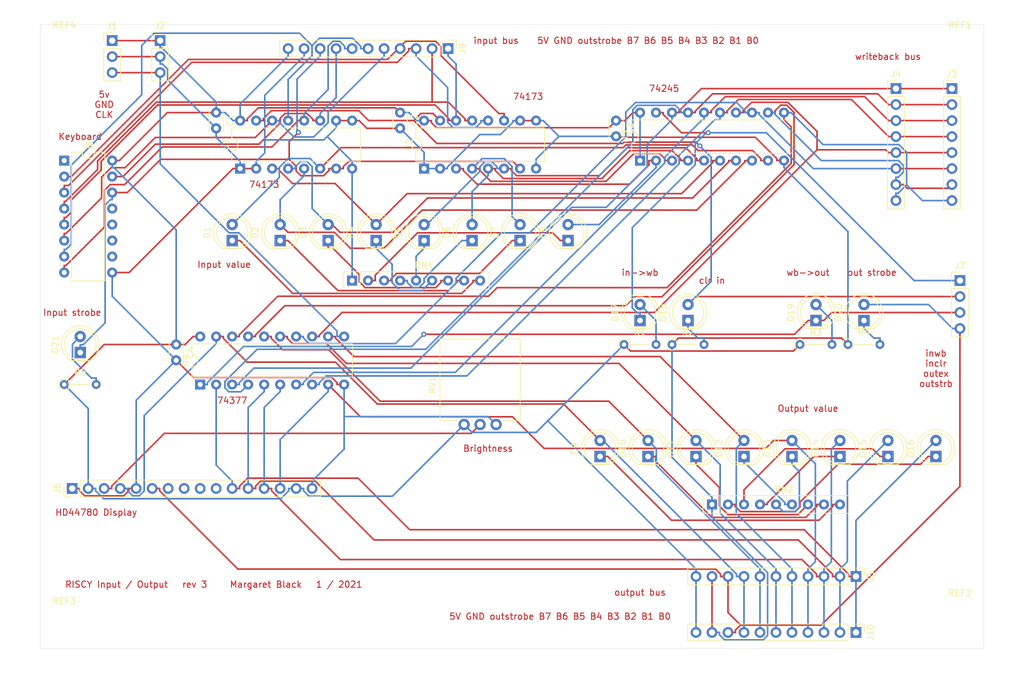
<source format=kicad_pcb>
(kicad_pcb (version 20171130) (host pcbnew 5.1.6-c6e7f7d~87~ubuntu16.04.1)
  (layers (0 F.Cu signal) (31 B.Cu signal) (34 B.Paste user) (35 F.Paste user) (36 B.SilkS user) (37 F.SilkS user) (38 B.Mask user) (39 F.Mask user) (44 Edge.Cuts user))
  (net 0 "")
  (net 1 GND)
  (net 2 +5V)
  (net 3 "Net-(D1-Pad2)")
  (net 4 "Net-(D1-Pad1)")
  (net 5 "Net-(D2-Pad2)")
  (net 6 "Net-(D2-Pad1)")
  (net 7 "Net-(D3-Pad2)")
  (net 8 "Net-(D3-Pad1)")
  (net 9 "Net-(D4-Pad2)")
  (net 10 "Net-(D4-Pad1)")
  (net 11 "Net-(D5-Pad2)")
  (net 12 "Net-(D5-Pad1)")
  (net 13 "Net-(D6-Pad2)")
  (net 14 "Net-(D6-Pad1)")
  (net 15 "Net-(D7-Pad2)")
  (net 16 "Net-(D7-Pad1)")
  (net 17 "Net-(D8-Pad2)")
  (net 18 "Net-(D8-Pad1)")
  (net 19 "Net-(D9-Pad2)")
  (net 20 "Net-(D9-Pad1)")
  (net 21 "Net-(D10-Pad2)")
  (net 22 "Net-(D10-Pad1)")
  (net 23 "Net-(D11-Pad2)")
  (net 24 "Net-(D11-Pad1)")
  (net 25 "Net-(D12-Pad2)")
  (net 26 "Net-(D12-Pad1)")
  (net 27 "Net-(D13-Pad2)")
  (net 28 "Net-(D13-Pad1)")
  (net 29 "Net-(D14-Pad2)")
  (net 30 "Net-(D14-Pad1)")
  (net 31 "Net-(D15-Pad2)")
  (net 32 "Net-(D15-Pad1)")
  (net 33 "Net-(D16-Pad2)")
  (net 34 "Net-(D16-Pad1)")
  (net 35 "Net-(D17-Pad2)")
  (net 36 inwb)
  (net 37 inclr)
  (net 38 "Net-(D18-Pad1)")
  (net 39 "Net-(D19-Pad2)")
  (net 40 outex)
  (net 41 out3)
  (net 42 "Net-(D20-Pad1)")
  (net 43 "Net-(D21-Pad2)")
  (net 44 "Net-(D21-Pad1)")
  (net 45 CLK)
  (net 46 "Net-(J3-Pad8)")
  (net 47 "Net-(J3-Pad7)")
  (net 48 "Net-(J3-Pad6)")
  (net 49 "Net-(J3-Pad5)")
  (net 50 "Net-(J3-Pad4)")
  (net 51 "Net-(J3-Pad3)")
  (net 52 "Net-(J3-Pad2)")
  (net 53 "Net-(J3-Pad1)")
  (net 54 "Net-(J6-Pad10)")
  (net 55 "Net-(J6-Pad9)")
  (net 56 "Net-(J6-Pad8)")
  (net 57 "Net-(J6-Pad7)")
  (net 58 "Net-(J6-Pad3)")
  (net 59 "Net-(J8-Pad8)")
  (net 60 "Net-(J8-Pad15)")
  (net 61 "Net-(J8-Pad7)")
  (net 62 "Net-(J8-Pad6)")
  (net 63 "Net-(J8-Pad13)")
  (net 64 "Net-(J8-Pad5)")
  (net 65 "Net-(J8-Pad12)")
  (net 66 "Net-(J8-Pad4)")
  (net 67 "Net-(J8-Pad11)")
  (net 68 "Net-(J8-Pad3)")
  (net 69 "Net-(J8-Pad10)")
  (net 70 "Net-(J8-Pad2)")
  (net 71 "Net-(J8-Pad1)")
  (module Connector_PinHeader_2.54mm:PinHeader_1x11_P2.54mm_Vertical (layer F.Cu) (at 129.54 96.52 270)
    (fp_text reference J10 (at 0 -2.33 90) (layer F.SilkS))
    (fp_text value Conn_01x11_Female)
    (pad 11 thru_hole oval (at 0 25.4 270) (size 1.7 1.7) (drill 1) (layers *.Cu *.Mask) (net 2 +5V))
    (pad 10 thru_hole oval (at 0 22.86 270) (size 1.7 1.7) (drill 1) (layers *.Cu *.Mask) (net 1 GND))
    (pad 9 thru_hole oval (at 0 20.32 270) (size 1.7 1.7) (drill 1) (layers *.Cu *.Mask) (net 41 out3))
    (pad 8 thru_hole oval (at 0 17.78 270) (size 1.7 1.7) (drill 1) (layers *.Cu *.Mask) (net 19 "Net-(D9-Pad2)"))
    (pad 7 thru_hole oval (at 0 15.24 270) (size 1.7 1.7) (drill 1) (layers *.Cu *.Mask) (net 21 "Net-(D10-Pad2)"))
    (pad 6 thru_hole oval (at 0 12.7 270) (size 1.7 1.7) (drill 1) (layers *.Cu *.Mask) (net 23 "Net-(D11-Pad2)"))
    (pad 5 thru_hole oval (at 0 10.16 270) (size 1.7 1.7) (drill 1) (layers *.Cu *.Mask) (net 25 "Net-(D12-Pad2)"))
    (pad 4 thru_hole oval (at 0 7.62 270) (size 1.7 1.7) (drill 1) (layers *.Cu *.Mask) (net 27 "Net-(D13-Pad2)"))
    (pad 3 thru_hole oval (at 0 5.08 270) (size 1.7 1.7) (drill 1) (layers *.Cu *.Mask) (net 29 "Net-(D14-Pad2)"))
    (pad 2 thru_hole oval (at 0 2.54 270) (size 1.7 1.7) (drill 1) (layers *.Cu *.Mask) (net 31 "Net-(D15-Pad2)"))
    (pad 1 thru_hole rect (at 0 0 270) (size 1.7 1.7) (drill 1) (layers *.Cu *.Mask) (net 33 "Net-(D16-Pad2)"))
  )
  (module MountingHole:MountingHole_2.7mm_M2.5 (layer F.Cu) (at 3.81 3.81)
    (fp_text reference REF4 (at 0 -3.7) (layer F.SilkS))
    (fp_text value MountingHole_2.7mm_M2.5)
    (pad 1 np_thru_hole circle (at 0 0) (size 2.7 2.7) (drill 2.7) (layers *.Cu *.Mask))
  )
  (module MountingHole:MountingHole_2.7mm_M2.5 (layer F.Cu) (at 3.81 95.25)
    (fp_text reference REF3 (at 0 -3.7) (layer F.SilkS))
    (fp_text value MountingHole_2.7mm_M2.5)
    (pad 1 np_thru_hole circle (at 0 0) (size 2.7 2.7) (drill 2.7) (layers *.Cu *.Mask))
  )
  (module MountingHole:MountingHole_2.7mm_M2.5 (layer F.Cu) (at 146.05 93.98)
    (fp_text reference REF2 (at 0 -3.7) (layer F.SilkS))
    (fp_text value MountingHole_2.7mm_M2.5)
    (pad 1 np_thru_hole circle (at 0 0) (size 2.7 2.7) (drill 2.7) (layers *.Cu *.Mask))
  )
  (module MountingHole:MountingHole_2.7mm_M2.5 (layer F.Cu) (at 146.05 3.81)
    (fp_text reference REF1 (at 0 -3.7) (layer F.SilkS))
    (fp_text value MountingHole_2.7mm_M2.5)
    (pad 1 np_thru_hole circle (at 0 0) (size 2.7 2.7) (drill 2.7) (layers *.Cu *.Mask))
  )
  (module Package_DIP:DIP-16_W7.62mm (layer F.Cu) (at 60.96 22.86 90)
    (fp_text reference U2 (at 3.81 -2.33 90) (layer F.SilkS))
    (fp_text value 74LS173)
    (pad 16 thru_hole oval (at 7.62 0 90) (size 1.6 1.6) (drill 0.8) (layers *.Cu *.Mask) (net 2 +5V))
    (pad 8 thru_hole oval (at 0 17.78 90) (size 1.6 1.6) (drill 0.8) (layers *.Cu *.Mask) (net 1 GND))
    (pad 15 thru_hole oval (at 7.62 2.54 90) (size 1.6 1.6) (drill 0.8) (layers *.Cu *.Mask) (net 37 inclr))
    (pad 7 thru_hole oval (at 0 15.24 90) (size 1.6 1.6) (drill 0.8) (layers *.Cu *.Mask) (net 44 "Net-(D21-Pad1)"))
    (pad 14 thru_hole oval (at 7.62 5.08 90) (size 1.6 1.6) (drill 0.8) (layers *.Cu *.Mask) (net 64 "Net-(J8-Pad5)"))
    (pad 6 thru_hole oval (at 0 12.7 90) (size 1.6 1.6) (drill 0.8) (layers *.Cu *.Mask) (net 11 "Net-(D5-Pad2)"))
    (pad 13 thru_hole oval (at 7.62 7.62 90) (size 1.6 1.6) (drill 0.8) (layers *.Cu *.Mask) (net 66 "Net-(J8-Pad4)"))
    (pad 5 thru_hole oval (at 0 10.16 90) (size 1.6 1.6) (drill 0.8) (layers *.Cu *.Mask) (net 13 "Net-(D6-Pad2)"))
    (pad 12 thru_hole oval (at 7.62 10.16 90) (size 1.6 1.6) (drill 0.8) (layers *.Cu *.Mask) (net 68 "Net-(J8-Pad3)"))
    (pad 4 thru_hole oval (at 0 7.62 90) (size 1.6 1.6) (drill 0.8) (layers *.Cu *.Mask) (net 15 "Net-(D7-Pad2)"))
    (pad 11 thru_hole oval (at 7.62 12.7 90) (size 1.6 1.6) (drill 0.8) (layers *.Cu *.Mask) (net 70 "Net-(J8-Pad2)"))
    (pad 3 thru_hole oval (at 0 5.08 90) (size 1.6 1.6) (drill 0.8) (layers *.Cu *.Mask) (net 17 "Net-(D8-Pad2)"))
    (pad 10 thru_hole oval (at 7.62 15.24 90) (size 1.6 1.6) (drill 0.8) (layers *.Cu *.Mask) (net 1 GND))
    (pad 2 thru_hole oval (at 0 2.54 90) (size 1.6 1.6) (drill 0.8) (layers *.Cu *.Mask) (net 1 GND))
    (pad 9 thru_hole oval (at 7.62 17.78 90) (size 1.6 1.6) (drill 0.8) (layers *.Cu *.Mask) (net 1 GND))
    (pad 1 thru_hole rect (at 0 0 90) (size 1.6 1.6) (drill 0.8) (layers *.Cu *.Mask) (net 1 GND))
  )
  (module Package_DIP:DIP-16_W7.62mm (layer F.Cu) (at 31.75 22.86 90)
    (fp_text reference U1 (at 3.81 -2.33 90) (layer F.SilkS))
    (fp_text value 74LS173)
    (pad 16 thru_hole oval (at 7.62 0 90) (size 1.6 1.6) (drill 0.8) (layers *.Cu *.Mask) (net 2 +5V))
    (pad 8 thru_hole oval (at 0 17.78 90) (size 1.6 1.6) (drill 0.8) (layers *.Cu *.Mask) (net 1 GND))
    (pad 15 thru_hole oval (at 7.62 2.54 90) (size 1.6 1.6) (drill 0.8) (layers *.Cu *.Mask) (net 37 inclr))
    (pad 7 thru_hole oval (at 0 15.24 90) (size 1.6 1.6) (drill 0.8) (layers *.Cu *.Mask) (net 44 "Net-(D21-Pad1)"))
    (pad 14 thru_hole oval (at 7.62 5.08 90) (size 1.6 1.6) (drill 0.8) (layers *.Cu *.Mask) (net 62 "Net-(J8-Pad6)"))
    (pad 6 thru_hole oval (at 0 12.7 90) (size 1.6 1.6) (drill 0.8) (layers *.Cu *.Mask) (net 3 "Net-(D1-Pad2)"))
    (pad 13 thru_hole oval (at 7.62 7.62 90) (size 1.6 1.6) (drill 0.8) (layers *.Cu *.Mask) (net 61 "Net-(J8-Pad7)"))
    (pad 5 thru_hole oval (at 0 10.16 90) (size 1.6 1.6) (drill 0.8) (layers *.Cu *.Mask) (net 5 "Net-(D2-Pad2)"))
    (pad 12 thru_hole oval (at 7.62 10.16 90) (size 1.6 1.6) (drill 0.8) (layers *.Cu *.Mask) (net 59 "Net-(J8-Pad8)"))
    (pad 4 thru_hole oval (at 0 7.62 90) (size 1.6 1.6) (drill 0.8) (layers *.Cu *.Mask) (net 7 "Net-(D3-Pad2)"))
    (pad 11 thru_hole oval (at 7.62 12.7 90) (size 1.6 1.6) (drill 0.8) (layers *.Cu *.Mask) (net 60 "Net-(J8-Pad15)"))
    (pad 3 thru_hole oval (at 0 5.08 90) (size 1.6 1.6) (drill 0.8) (layers *.Cu *.Mask) (net 9 "Net-(D4-Pad2)"))
    (pad 10 thru_hole oval (at 7.62 15.24 90) (size 1.6 1.6) (drill 0.8) (layers *.Cu *.Mask) (net 1 GND))
    (pad 2 thru_hole oval (at 0 2.54 90) (size 1.6 1.6) (drill 0.8) (layers *.Cu *.Mask) (net 1 GND))
    (pad 9 thru_hole oval (at 7.62 17.78 90) (size 1.6 1.6) (drill 0.8) (layers *.Cu *.Mask) (net 1 GND))
    (pad 1 thru_hole rect (at 0 0 90) (size 1.6 1.6) (drill 0.8) (layers *.Cu *.Mask) (net 1 GND))
  )
  (module Connector_PinHeader_2.54mm:PinHeader_1x11_P2.54mm_Vertical (layer F.Cu) (at 64.77 3.81 270)
    (fp_text reference J9 (at 0 -2.33 90) (layer F.SilkS))
    (fp_text value Conn_01x11_Female)
    (pad 11 thru_hole oval (at 0 25.4 270) (size 1.7 1.7) (drill 1) (layers *.Cu *.Mask) (net 2 +5V))
    (pad 10 thru_hole oval (at 0 22.86 270) (size 1.7 1.7) (drill 1) (layers *.Cu *.Mask) (net 1 GND))
    (pad 9 thru_hole oval (at 0 20.32 270) (size 1.7 1.7) (drill 1) (layers *.Cu *.Mask) (net 44 "Net-(D21-Pad1)"))
    (pad 8 thru_hole oval (at 0 17.78 270) (size 1.7 1.7) (drill 1) (layers *.Cu *.Mask) (net 60 "Net-(J8-Pad15)"))
    (pad 7 thru_hole oval (at 0 15.24 270) (size 1.7 1.7) (drill 1) (layers *.Cu *.Mask) (net 59 "Net-(J8-Pad8)"))
    (pad 6 thru_hole oval (at 0 12.7 270) (size 1.7 1.7) (drill 1) (layers *.Cu *.Mask) (net 61 "Net-(J8-Pad7)"))
    (pad 5 thru_hole oval (at 0 10.16 270) (size 1.7 1.7) (drill 1) (layers *.Cu *.Mask) (net 62 "Net-(J8-Pad6)"))
    (pad 4 thru_hole oval (at 0 7.62 270) (size 1.7 1.7) (drill 1) (layers *.Cu *.Mask) (net 70 "Net-(J8-Pad2)"))
    (pad 3 thru_hole oval (at 0 5.08 270) (size 1.7 1.7) (drill 1) (layers *.Cu *.Mask) (net 68 "Net-(J8-Pad3)"))
    (pad 2 thru_hole oval (at 0 2.54 270) (size 1.7 1.7) (drill 1) (layers *.Cu *.Mask) (net 66 "Net-(J8-Pad4)"))
    (pad 1 thru_hole rect (at 0 0 270) (size 1.7 1.7) (drill 1) (layers *.Cu *.Mask) (net 64 "Net-(J8-Pad5)"))
  )
  (module Package_DIP:DIP-20_W7.62mm (layer F.Cu) (at 25.4 57.15 90)
    (fp_text reference U4 (at 3.81 -2.33 90) (layer F.SilkS))
    (fp_text value 74LS377)
    (pad 20 thru_hole oval (at 7.62 0 90) (size 1.6 1.6) (drill 0.8) (layers *.Cu *.Mask) (net 2 +5V))
    (pad 10 thru_hole oval (at 0 22.86 90) (size 1.6 1.6) (drill 0.8) (layers *.Cu *.Mask) (net 1 GND))
    (pad 19 thru_hole oval (at 7.62 2.54 90) (size 1.6 1.6) (drill 0.8) (layers *.Cu *.Mask) (net 19 "Net-(D9-Pad2)"))
    (pad 9 thru_hole oval (at 0 20.32 90) (size 1.6 1.6) (drill 0.8) (layers *.Cu *.Mask) (net 27 "Net-(D13-Pad2)"))
    (pad 18 thru_hole oval (at 7.62 5.08 90) (size 1.6 1.6) (drill 0.8) (layers *.Cu *.Mask) (net 46 "Net-(J3-Pad8)"))
    (pad 8 thru_hole oval (at 0 17.78 90) (size 1.6 1.6) (drill 0.8) (layers *.Cu *.Mask) (net 50 "Net-(J3-Pad4)"))
    (pad 17 thru_hole oval (at 7.62 7.62 90) (size 1.6 1.6) (drill 0.8) (layers *.Cu *.Mask) (net 47 "Net-(J3-Pad7)"))
    (pad 7 thru_hole oval (at 0 15.24 90) (size 1.6 1.6) (drill 0.8) (layers *.Cu *.Mask) (net 51 "Net-(J3-Pad3)"))
    (pad 16 thru_hole oval (at 7.62 10.16 90) (size 1.6 1.6) (drill 0.8) (layers *.Cu *.Mask) (net 21 "Net-(D10-Pad2)"))
    (pad 6 thru_hole oval (at 0 12.7 90) (size 1.6 1.6) (drill 0.8) (layers *.Cu *.Mask) (net 29 "Net-(D14-Pad2)"))
    (pad 15 thru_hole oval (at 7.62 12.7 90) (size 1.6 1.6) (drill 0.8) (layers *.Cu *.Mask) (net 23 "Net-(D11-Pad2)"))
    (pad 5 thru_hole oval (at 0 10.16 90) (size 1.6 1.6) (drill 0.8) (layers *.Cu *.Mask) (net 31 "Net-(D15-Pad2)"))
    (pad 14 thru_hole oval (at 7.62 15.24 90) (size 1.6 1.6) (drill 0.8) (layers *.Cu *.Mask) (net 48 "Net-(J3-Pad6)"))
    (pad 4 thru_hole oval (at 0 7.62 90) (size 1.6 1.6) (drill 0.8) (layers *.Cu *.Mask) (net 52 "Net-(J3-Pad2)"))
    (pad 13 thru_hole oval (at 7.62 17.78 90) (size 1.6 1.6) (drill 0.8) (layers *.Cu *.Mask) (net 49 "Net-(J3-Pad5)"))
    (pad 3 thru_hole oval (at 0 5.08 90) (size 1.6 1.6) (drill 0.8) (layers *.Cu *.Mask) (net 53 "Net-(J3-Pad1)"))
    (pad 12 thru_hole oval (at 7.62 20.32 90) (size 1.6 1.6) (drill 0.8) (layers *.Cu *.Mask) (net 25 "Net-(D12-Pad2)"))
    (pad 2 thru_hole oval (at 0 2.54 90) (size 1.6 1.6) (drill 0.8) (layers *.Cu *.Mask) (net 33 "Net-(D16-Pad2)"))
    (pad 11 thru_hole oval (at 7.62 22.86 90) (size 1.6 1.6) (drill 0.8) (layers *.Cu *.Mask) (net 45 CLK))
    (pad 1 thru_hole rect (at 0 0 90) (size 1.6 1.6) (drill 0.8) (layers *.Cu *.Mask) (net 40 outex))
  )
  (module Package_DIP:DIP-20_W7.62mm (layer F.Cu) (at 95.25 21.59 90)
    (fp_text reference U3 (at 3.81 -2.33 90) (layer F.SilkS))
    (fp_text value 74LS245)
    (pad 20 thru_hole oval (at 7.62 0 90) (size 1.6 1.6) (drill 0.8) (layers *.Cu *.Mask) (net 2 +5V))
    (pad 10 thru_hole oval (at 0 22.86 90) (size 1.6 1.6) (drill 0.8) (layers *.Cu *.Mask) (net 1 GND))
    (pad 19 thru_hole oval (at 7.62 2.54 90) (size 1.6 1.6) (drill 0.8) (layers *.Cu *.Mask) (net 36 inwb))
    (pad 9 thru_hole oval (at 0 20.32 90) (size 1.6 1.6) (drill 0.8) (layers *.Cu *.Mask) (net 3 "Net-(D1-Pad2)"))
    (pad 18 thru_hole oval (at 7.62 5.08 90) (size 1.6 1.6) (drill 0.8) (layers *.Cu *.Mask) (net 53 "Net-(J3-Pad1)"))
    (pad 8 thru_hole oval (at 0 17.78 90) (size 1.6 1.6) (drill 0.8) (layers *.Cu *.Mask) (net 5 "Net-(D2-Pad2)"))
    (pad 17 thru_hole oval (at 7.62 7.62 90) (size 1.6 1.6) (drill 0.8) (layers *.Cu *.Mask) (net 52 "Net-(J3-Pad2)"))
    (pad 7 thru_hole oval (at 0 15.24 90) (size 1.6 1.6) (drill 0.8) (layers *.Cu *.Mask) (net 7 "Net-(D3-Pad2)"))
    (pad 16 thru_hole oval (at 7.62 10.16 90) (size 1.6 1.6) (drill 0.8) (layers *.Cu *.Mask) (net 51 "Net-(J3-Pad3)"))
    (pad 6 thru_hole oval (at 0 12.7 90) (size 1.6 1.6) (drill 0.8) (layers *.Cu *.Mask) (net 9 "Net-(D4-Pad2)"))
    (pad 15 thru_hole oval (at 7.62 12.7 90) (size 1.6 1.6) (drill 0.8) (layers *.Cu *.Mask) (net 50 "Net-(J3-Pad4)"))
    (pad 5 thru_hole oval (at 0 10.16 90) (size 1.6 1.6) (drill 0.8) (layers *.Cu *.Mask) (net 11 "Net-(D5-Pad2)"))
    (pad 14 thru_hole oval (at 7.62 15.24 90) (size 1.6 1.6) (drill 0.8) (layers *.Cu *.Mask) (net 49 "Net-(J3-Pad5)"))
    (pad 4 thru_hole oval (at 0 7.62 90) (size 1.6 1.6) (drill 0.8) (layers *.Cu *.Mask) (net 13 "Net-(D6-Pad2)"))
    (pad 13 thru_hole oval (at 7.62 17.78 90) (size 1.6 1.6) (drill 0.8) (layers *.Cu *.Mask) (net 48 "Net-(J3-Pad6)"))
    (pad 3 thru_hole oval (at 0 5.08 90) (size 1.6 1.6) (drill 0.8) (layers *.Cu *.Mask) (net 15 "Net-(D7-Pad2)"))
    (pad 12 thru_hole oval (at 7.62 20.32 90) (size 1.6 1.6) (drill 0.8) (layers *.Cu *.Mask) (net 47 "Net-(J3-Pad7)"))
    (pad 2 thru_hole oval (at 0 2.54 90) (size 1.6 1.6) (drill 0.8) (layers *.Cu *.Mask) (net 17 "Net-(D8-Pad2)"))
    (pad 11 thru_hole oval (at 7.62 22.86 90) (size 1.6 1.6) (drill 0.8) (layers *.Cu *.Mask) (net 46 "Net-(J3-Pad8)"))
    (pad 1 thru_hole rect (at 0 0 90) (size 1.6 1.6) (drill 0.8) (layers *.Cu *.Mask) (net 2 +5V))
  )
  (module Potentiometer_THT:Potentiometer_Vishay_248GJ-249GJ_Single_Vertical (layer F.Cu) (at 72.39 63.5 90)
    (fp_text reference RV1 (at 6.275 -10.04 90) (layer F.SilkS))
    (fp_text value R_POT)
    (pad 1 thru_hole circle (at 0 0 90) (size 1.8 1.8) (drill 1) (layers *.Cu *.Mask) (net 1 GND))
    (pad 2 thru_hole circle (at 0 -2.54 90) (size 1.8 1.8) (drill 1) (layers *.Cu *.Mask) (net 58 "Net-(J6-Pad3)"))
    (pad 3 thru_hole circle (at 0 -5.08 90) (size 1.8 1.8) (drill 1) (layers *.Cu *.Mask) (net 2 +5V))
  )
  (module Resistor_THT:R_Array_SIP9 (layer F.Cu) (at 106.68 76.2)
    (fp_text reference RN2 (at 11.43 -2.4) (layer F.SilkS))
    (fp_text value R_Network08)
    (pad 9 thru_hole oval (at 20.32 0) (size 1.6 1.6) (drill 0.8) (layers *.Cu *.Mask) (net 20 "Net-(D9-Pad1)"))
    (pad 8 thru_hole oval (at 17.78 0) (size 1.6 1.6) (drill 0.8) (layers *.Cu *.Mask) (net 22 "Net-(D10-Pad1)"))
    (pad 7 thru_hole oval (at 15.24 0) (size 1.6 1.6) (drill 0.8) (layers *.Cu *.Mask) (net 24 "Net-(D11-Pad1)"))
    (pad 6 thru_hole oval (at 12.7 0) (size 1.6 1.6) (drill 0.8) (layers *.Cu *.Mask) (net 26 "Net-(D12-Pad1)"))
    (pad 5 thru_hole oval (at 10.16 0) (size 1.6 1.6) (drill 0.8) (layers *.Cu *.Mask) (net 28 "Net-(D13-Pad1)"))
    (pad 4 thru_hole oval (at 7.62 0) (size 1.6 1.6) (drill 0.8) (layers *.Cu *.Mask) (net 30 "Net-(D14-Pad1)"))
    (pad 3 thru_hole oval (at 5.08 0) (size 1.6 1.6) (drill 0.8) (layers *.Cu *.Mask) (net 32 "Net-(D15-Pad1)"))
    (pad 2 thru_hole oval (at 2.54 0) (size 1.6 1.6) (drill 0.8) (layers *.Cu *.Mask) (net 34 "Net-(D16-Pad1)"))
    (pad 1 thru_hole rect (at 0 0) (size 1.6 1.6) (drill 0.8) (layers *.Cu *.Mask) (net 1 GND))
  )
  (module Resistor_THT:R_Array_SIP9 (layer F.Cu) (at 49.53 40.64)
    (fp_text reference RN1 (at 11.43 -2.4) (layer F.SilkS))
    (fp_text value R_Network08)
    (pad 9 thru_hole oval (at 20.32 0) (size 1.6 1.6) (drill 0.8) (layers *.Cu *.Mask) (net 4 "Net-(D1-Pad1)"))
    (pad 8 thru_hole oval (at 17.78 0) (size 1.6 1.6) (drill 0.8) (layers *.Cu *.Mask) (net 6 "Net-(D2-Pad1)"))
    (pad 7 thru_hole oval (at 15.24 0) (size 1.6 1.6) (drill 0.8) (layers *.Cu *.Mask) (net 8 "Net-(D3-Pad1)"))
    (pad 6 thru_hole oval (at 12.7 0) (size 1.6 1.6) (drill 0.8) (layers *.Cu *.Mask) (net 10 "Net-(D4-Pad1)"))
    (pad 5 thru_hole oval (at 10.16 0) (size 1.6 1.6) (drill 0.8) (layers *.Cu *.Mask) (net 12 "Net-(D5-Pad1)"))
    (pad 4 thru_hole oval (at 7.62 0) (size 1.6 1.6) (drill 0.8) (layers *.Cu *.Mask) (net 14 "Net-(D6-Pad1)"))
    (pad 3 thru_hole oval (at 5.08 0) (size 1.6 1.6) (drill 0.8) (layers *.Cu *.Mask) (net 16 "Net-(D7-Pad1)"))
    (pad 2 thru_hole oval (at 2.54 0) (size 1.6 1.6) (drill 0.8) (layers *.Cu *.Mask) (net 18 "Net-(D8-Pad1)"))
    (pad 1 thru_hole rect (at 0 0) (size 1.6 1.6) (drill 0.8) (layers *.Cu *.Mask) (net 1 GND))
  )
  (module Resistor_THT:R_Axial_DIN0204_L3.6mm_D1.6mm_P5.08mm_Vertical (layer F.Cu) (at 3.81 57.15)
    (fp_text reference R5 (at 2.54 -1.92) (layer F.SilkS))
    (fp_text value R)
    (pad 2 thru_hole oval (at 5.08 0) (size 1.4 1.4) (drill 0.7) (layers *.Cu *.Mask) (net 43 "Net-(D21-Pad2)"))
    (pad 1 thru_hole circle (at 0 0) (size 1.4 1.4) (drill 0.7) (layers *.Cu *.Mask) (net 2 +5V))
  )
  (module Resistor_THT:R_Axial_DIN0204_L3.6mm_D1.6mm_P5.08mm_Vertical (layer F.Cu) (at 128.27 50.8)
    (fp_text reference R4 (at 2.54 -1.92) (layer F.SilkS))
    (fp_text value R)
    (pad 2 thru_hole oval (at 5.08 0) (size 1.4 1.4) (drill 0.7) (layers *.Cu *.Mask) (net 42 "Net-(D20-Pad1)"))
    (pad 1 thru_hole circle (at 0 0) (size 1.4 1.4) (drill 0.7) (layers *.Cu *.Mask) (net 1 GND))
  )
  (module Resistor_THT:R_Axial_DIN0204_L3.6mm_D1.6mm_P5.08mm_Vertical (layer F.Cu) (at 120.65 50.8)
    (fp_text reference R3 (at 2.54 -1.92) (layer F.SilkS))
    (fp_text value R)
    (pad 2 thru_hole oval (at 5.08 0) (size 1.4 1.4) (drill 0.7) (layers *.Cu *.Mask) (net 39 "Net-(D19-Pad2)"))
    (pad 1 thru_hole circle (at 0 0) (size 1.4 1.4) (drill 0.7) (layers *.Cu *.Mask) (net 2 +5V))
  )
  (module Resistor_THT:R_Axial_DIN0204_L3.6mm_D1.6mm_P5.08mm_Vertical (layer F.Cu) (at 100.33 50.8)
    (fp_text reference R2 (at 2.54 -1.92) (layer F.SilkS))
    (fp_text value R)
    (pad 2 thru_hole oval (at 5.08 0) (size 1.4 1.4) (drill 0.7) (layers *.Cu *.Mask) (net 38 "Net-(D18-Pad1)"))
    (pad 1 thru_hole circle (at 0 0) (size 1.4 1.4) (drill 0.7) (layers *.Cu *.Mask) (net 1 GND))
  )
  (module Resistor_THT:R_Axial_DIN0204_L3.6mm_D1.6mm_P5.08mm_Vertical (layer F.Cu) (at 92.71 50.8)
    (fp_text reference R1 (at 2.54 -1.92) (layer F.SilkS))
    (fp_text value R)
    (pad 2 thru_hole oval (at 5.08 0) (size 1.4 1.4) (drill 0.7) (layers *.Cu *.Mask) (net 35 "Net-(D17-Pad2)"))
    (pad 1 thru_hole circle (at 0 0) (size 1.4 1.4) (drill 0.7) (layers *.Cu *.Mask) (net 2 +5V))
  )
  (module Package_DIP:DIP-16_W7.62mm (layer F.Cu) (at 3.81 21.59)
    (fp_text reference J8 (at 3.81 -2.33) (layer F.SilkS))
    (fp_text value Conn_01x16_Female)
    (pad 16 thru_hole oval (at 7.62 0) (size 1.6 1.6) (drill 0.8) (layers *.Cu *.Mask) (net 2 +5V))
    (pad 8 thru_hole oval (at 0 17.78) (size 1.6 1.6) (drill 0.8) (layers *.Cu *.Mask) (net 59 "Net-(J8-Pad8)"))
    (pad 15 thru_hole oval (at 7.62 2.54) (size 1.6 1.6) (drill 0.8) (layers *.Cu *.Mask) (net 60 "Net-(J8-Pad15)"))
    (pad 7 thru_hole oval (at 0 15.24) (size 1.6 1.6) (drill 0.8) (layers *.Cu *.Mask) (net 61 "Net-(J8-Pad7)"))
    (pad 14 thru_hole oval (at 7.62 5.08) (size 1.6 1.6) (drill 0.8) (layers *.Cu *.Mask) (net 44 "Net-(D21-Pad1)"))
    (pad 6 thru_hole oval (at 0 12.7) (size 1.6 1.6) (drill 0.8) (layers *.Cu *.Mask) (net 62 "Net-(J8-Pad6)"))
    (pad 13 thru_hole oval (at 7.62 7.62) (size 1.6 1.6) (drill 0.8) (layers *.Cu *.Mask) (net 63 "Net-(J8-Pad13)"))
    (pad 5 thru_hole oval (at 0 10.16) (size 1.6 1.6) (drill 0.8) (layers *.Cu *.Mask) (net 64 "Net-(J8-Pad5)"))
    (pad 12 thru_hole oval (at 7.62 10.16) (size 1.6 1.6) (drill 0.8) (layers *.Cu *.Mask) (net 65 "Net-(J8-Pad12)"))
    (pad 4 thru_hole oval (at 0 7.62) (size 1.6 1.6) (drill 0.8) (layers *.Cu *.Mask) (net 66 "Net-(J8-Pad4)"))
    (pad 11 thru_hole oval (at 7.62 12.7) (size 1.6 1.6) (drill 0.8) (layers *.Cu *.Mask) (net 67 "Net-(J8-Pad11)"))
    (pad 3 thru_hole oval (at 0 5.08) (size 1.6 1.6) (drill 0.8) (layers *.Cu *.Mask) (net 68 "Net-(J8-Pad3)"))
    (pad 10 thru_hole oval (at 7.62 15.24) (size 1.6 1.6) (drill 0.8) (layers *.Cu *.Mask) (net 69 "Net-(J8-Pad10)"))
    (pad 2 thru_hole oval (at 0 2.54) (size 1.6 1.6) (drill 0.8) (layers *.Cu *.Mask) (net 70 "Net-(J8-Pad2)"))
    (pad 9 thru_hole oval (at 7.62 17.78) (size 1.6 1.6) (drill 0.8) (layers *.Cu *.Mask) (net 1 GND))
    (pad 1 thru_hole rect (at 0 0) (size 1.6 1.6) (drill 0.8) (layers *.Cu *.Mask) (net 71 "Net-(J8-Pad1)"))
  )
  (module Connector_PinHeader_2.54mm:PinHeader_1x04_P2.54mm_Vertical (layer F.Cu) (at 146.05 40.64)
    (fp_text reference J7 (at 0 -2.33) (layer F.SilkS))
    (fp_text value Conn_01x04_Female)
    (pad 4 thru_hole oval (at 0 7.62) (size 1.7 1.7) (drill 1) (layers *.Cu *.Mask) (net 41 out3))
    (pad 3 thru_hole oval (at 0 5.08) (size 1.7 1.7) (drill 1) (layers *.Cu *.Mask) (net 40 outex))
    (pad 2 thru_hole oval (at 0 2.54) (size 1.7 1.7) (drill 1) (layers *.Cu *.Mask) (net 37 inclr))
    (pad 1 thru_hole rect (at 0 0) (size 1.7 1.7) (drill 1) (layers *.Cu *.Mask) (net 36 inwb))
  )
  (module Connector_PinHeader_2.54mm:PinHeader_1x16_P2.54mm_Vertical (layer F.Cu) (at 5.08 73.66 90)
    (fp_text reference J6 (at 0 -2.33 90) (layer F.SilkS))
    (fp_text value Conn_01x16_Female)
    (pad 16 thru_hole oval (at 0 38.1 90) (size 1.7 1.7) (drill 1) (layers *.Cu *.Mask) (net 1 GND))
    (pad 15 thru_hole oval (at 0 35.56 90) (size 1.7 1.7) (drill 1) (layers *.Cu *.Mask) (net 2 +5V))
    (pad 14 thru_hole oval (at 0 33.02 90) (size 1.7 1.7) (drill 1) (layers *.Cu *.Mask) (net 27 "Net-(D13-Pad2)"))
    (pad 13 thru_hole oval (at 0 30.48 90) (size 1.7 1.7) (drill 1) (layers *.Cu *.Mask) (net 29 "Net-(D14-Pad2)"))
    (pad 12 thru_hole oval (at 0 27.94 90) (size 1.7 1.7) (drill 1) (layers *.Cu *.Mask) (net 31 "Net-(D15-Pad2)"))
    (pad 11 thru_hole oval (at 0 25.4 90) (size 1.7 1.7) (drill 1) (layers *.Cu *.Mask) (net 33 "Net-(D16-Pad2)"))
    (pad 10 thru_hole oval (at 0 22.86 90) (size 1.7 1.7) (drill 1) (layers *.Cu *.Mask) (net 54 "Net-(J6-Pad10)"))
    (pad 9 thru_hole oval (at 0 20.32 90) (size 1.7 1.7) (drill 1) (layers *.Cu *.Mask) (net 55 "Net-(J6-Pad9)"))
    (pad 8 thru_hole oval (at 0 17.78 90) (size 1.7 1.7) (drill 1) (layers *.Cu *.Mask) (net 56 "Net-(J6-Pad8)"))
    (pad 7 thru_hole oval (at 0 15.24 90) (size 1.7 1.7) (drill 1) (layers *.Cu *.Mask) (net 57 "Net-(J6-Pad7)"))
    (pad 6 thru_hole oval (at 0 12.7 90) (size 1.7 1.7) (drill 1) (layers *.Cu *.Mask) (net 41 out3))
    (pad 5 thru_hole oval (at 0 10.16 90) (size 1.7 1.7) (drill 1) (layers *.Cu *.Mask) (net 1 GND))
    (pad 4 thru_hole oval (at 0 7.62 90) (size 1.7 1.7) (drill 1) (layers *.Cu *.Mask) (net 19 "Net-(D9-Pad2)"))
    (pad 3 thru_hole oval (at 0 5.08 90) (size 1.7 1.7) (drill 1) (layers *.Cu *.Mask) (net 58 "Net-(J6-Pad3)"))
    (pad 2 thru_hole oval (at 0 2.54 90) (size 1.7 1.7) (drill 1) (layers *.Cu *.Mask) (net 2 +5V))
    (pad 1 thru_hole rect (at 0 0 90) (size 1.7 1.7) (drill 1) (layers *.Cu *.Mask) (net 1 GND))
  )
  (module Connector_PinHeader_2.54mm:PinHeader_1x11_P2.54mm_Vertical (layer F.Cu) (at 129.54 87.63 270)
    (fp_text reference J5 (at 0 -2.33 90) (layer F.SilkS))
    (fp_text value Conn_01x11_Female)
    (pad 11 thru_hole oval (at 0 25.4 270) (size 1.7 1.7) (drill 1) (layers *.Cu *.Mask) (net 2 +5V))
    (pad 10 thru_hole oval (at 0 22.86 270) (size 1.7 1.7) (drill 1) (layers *.Cu *.Mask) (net 1 GND))
    (pad 9 thru_hole oval (at 0 20.32 270) (size 1.7 1.7) (drill 1) (layers *.Cu *.Mask) (net 41 out3))
    (pad 8 thru_hole oval (at 0 17.78 270) (size 1.7 1.7) (drill 1) (layers *.Cu *.Mask) (net 19 "Net-(D9-Pad2)"))
    (pad 7 thru_hole oval (at 0 15.24 270) (size 1.7 1.7) (drill 1) (layers *.Cu *.Mask) (net 21 "Net-(D10-Pad2)"))
    (pad 6 thru_hole oval (at 0 12.7 270) (size 1.7 1.7) (drill 1) (layers *.Cu *.Mask) (net 23 "Net-(D11-Pad2)"))
    (pad 5 thru_hole oval (at 0 10.16 270) (size 1.7 1.7) (drill 1) (layers *.Cu *.Mask) (net 25 "Net-(D12-Pad2)"))
    (pad 4 thru_hole oval (at 0 7.62 270) (size 1.7 1.7) (drill 1) (layers *.Cu *.Mask) (net 27 "Net-(D13-Pad2)"))
    (pad 3 thru_hole oval (at 0 5.08 270) (size 1.7 1.7) (drill 1) (layers *.Cu *.Mask) (net 29 "Net-(D14-Pad2)"))
    (pad 2 thru_hole oval (at 0 2.54 270) (size 1.7 1.7) (drill 1) (layers *.Cu *.Mask) (net 31 "Net-(D15-Pad2)"))
    (pad 1 thru_hole rect (at 0 0 270) (size 1.7 1.7) (drill 1) (layers *.Cu *.Mask) (net 33 "Net-(D16-Pad2)"))
  )
  (module Connector_PinHeader_2.54mm:PinHeader_1x08_P2.54mm_Vertical (layer F.Cu) (at 135.89 10.16)
    (fp_text reference J4 (at 0 -2.33) (layer F.SilkS))
    (fp_text value Conn_01x08_Female)
    (pad 8 thru_hole oval (at 0 17.78) (size 1.7 1.7) (drill 1) (layers *.Cu *.Mask) (net 46 "Net-(J3-Pad8)"))
    (pad 7 thru_hole oval (at 0 15.24) (size 1.7 1.7) (drill 1) (layers *.Cu *.Mask) (net 47 "Net-(J3-Pad7)"))
    (pad 6 thru_hole oval (at 0 12.7) (size 1.7 1.7) (drill 1) (layers *.Cu *.Mask) (net 48 "Net-(J3-Pad6)"))
    (pad 5 thru_hole oval (at 0 10.16) (size 1.7 1.7) (drill 1) (layers *.Cu *.Mask) (net 49 "Net-(J3-Pad5)"))
    (pad 4 thru_hole oval (at 0 7.62) (size 1.7 1.7) (drill 1) (layers *.Cu *.Mask) (net 50 "Net-(J3-Pad4)"))
    (pad 3 thru_hole oval (at 0 5.08) (size 1.7 1.7) (drill 1) (layers *.Cu *.Mask) (net 51 "Net-(J3-Pad3)"))
    (pad 2 thru_hole oval (at 0 2.54) (size 1.7 1.7) (drill 1) (layers *.Cu *.Mask) (net 52 "Net-(J3-Pad2)"))
    (pad 1 thru_hole rect (at 0 0) (size 1.7 1.7) (drill 1) (layers *.Cu *.Mask) (net 53 "Net-(J3-Pad1)"))
  )
  (module Connector_PinHeader_2.54mm:PinHeader_1x08_P2.54mm_Vertical (layer F.Cu) (at 144.78 10.16)
    (fp_text reference J3 (at 0 -2.33) (layer F.SilkS))
    (fp_text value Conn_01x08_Female)
    (pad 8 thru_hole oval (at 0 17.78) (size 1.7 1.7) (drill 1) (layers *.Cu *.Mask) (net 46 "Net-(J3-Pad8)"))
    (pad 7 thru_hole oval (at 0 15.24) (size 1.7 1.7) (drill 1) (layers *.Cu *.Mask) (net 47 "Net-(J3-Pad7)"))
    (pad 6 thru_hole oval (at 0 12.7) (size 1.7 1.7) (drill 1) (layers *.Cu *.Mask) (net 48 "Net-(J3-Pad6)"))
    (pad 5 thru_hole oval (at 0 10.16) (size 1.7 1.7) (drill 1) (layers *.Cu *.Mask) (net 49 "Net-(J3-Pad5)"))
    (pad 4 thru_hole oval (at 0 7.62) (size 1.7 1.7) (drill 1) (layers *.Cu *.Mask) (net 50 "Net-(J3-Pad4)"))
    (pad 3 thru_hole oval (at 0 5.08) (size 1.7 1.7) (drill 1) (layers *.Cu *.Mask) (net 51 "Net-(J3-Pad3)"))
    (pad 2 thru_hole oval (at 0 2.54) (size 1.7 1.7) (drill 1) (layers *.Cu *.Mask) (net 52 "Net-(J3-Pad2)"))
    (pad 1 thru_hole rect (at 0 0) (size 1.7 1.7) (drill 1) (layers *.Cu *.Mask) (net 53 "Net-(J3-Pad1)"))
  )
  (module Connector_PinHeader_2.54mm:PinHeader_1x03_P2.54mm_Vertical (layer F.Cu) (at 19.05 2.54)
    (fp_text reference J2 (at 0 -2.33) (layer F.SilkS))
    (fp_text value Conn_01x03_Female)
    (pad 3 thru_hole oval (at 0 5.08) (size 1.7 1.7) (drill 1) (layers *.Cu *.Mask) (net 45 CLK))
    (pad 2 thru_hole oval (at 0 2.54) (size 1.7 1.7) (drill 1) (layers *.Cu *.Mask) (net 1 GND))
    (pad 1 thru_hole rect (at 0 0) (size 1.7 1.7) (drill 1) (layers *.Cu *.Mask) (net 2 +5V))
  )
  (module Connector_PinHeader_2.54mm:PinHeader_1x03_P2.54mm_Vertical (layer F.Cu) (at 11.43 2.54)
    (fp_text reference J1 (at 0 -2.33) (layer F.SilkS))
    (fp_text value Conn_01x03_Female)
    (pad 3 thru_hole oval (at 0 5.08) (size 1.7 1.7) (drill 1) (layers *.Cu *.Mask) (net 45 CLK))
    (pad 2 thru_hole oval (at 0 2.54) (size 1.7 1.7) (drill 1) (layers *.Cu *.Mask) (net 1 GND))
    (pad 1 thru_hole rect (at 0 0) (size 1.7 1.7) (drill 1) (layers *.Cu *.Mask) (net 2 +5V))
  )
  (module LED_THT:LED_D5.0mm (layer F.Cu) (at 6.35 52.07 90)
    (fp_text reference D21 (at 1.27 -3.96 90) (layer F.SilkS))
    (fp_text value LED)
    (pad 2 thru_hole circle (at 2.54 0 90) (size 1.8 1.8) (drill 0.9) (layers *.Cu *.Mask) (net 43 "Net-(D21-Pad2)"))
    (pad 1 thru_hole rect (at 0 0 90) (size 1.8 1.8) (drill 0.9) (layers *.Cu *.Mask) (net 44 "Net-(D21-Pad1)"))
  )
  (module LED_THT:LED_D5.0mm (layer F.Cu) (at 130.81 46.99 90)
    (fp_text reference D20 (at 1.27 -3.96 90) (layer F.SilkS))
    (fp_text value LED)
    (pad 2 thru_hole circle (at 2.54 0 90) (size 1.8 1.8) (drill 0.9) (layers *.Cu *.Mask) (net 41 out3))
    (pad 1 thru_hole rect (at 0 0 90) (size 1.8 1.8) (drill 0.9) (layers *.Cu *.Mask) (net 42 "Net-(D20-Pad1)"))
  )
  (module LED_THT:LED_D5.0mm (layer F.Cu) (at 123.19 46.99 90)
    (fp_text reference D19 (at 1.27 -3.96 90) (layer F.SilkS))
    (fp_text value LED)
    (pad 2 thru_hole circle (at 2.54 0 90) (size 1.8 1.8) (drill 0.9) (layers *.Cu *.Mask) (net 39 "Net-(D19-Pad2)"))
    (pad 1 thru_hole rect (at 0 0 90) (size 1.8 1.8) (drill 0.9) (layers *.Cu *.Mask) (net 40 outex))
  )
  (module LED_THT:LED_D5.0mm (layer F.Cu) (at 102.87 46.99 90)
    (fp_text reference D18 (at 1.27 -3.96 90) (layer F.SilkS))
    (fp_text value LED)
    (pad 2 thru_hole circle (at 2.54 0 90) (size 1.8 1.8) (drill 0.9) (layers *.Cu *.Mask) (net 37 inclr))
    (pad 1 thru_hole rect (at 0 0 90) (size 1.8 1.8) (drill 0.9) (layers *.Cu *.Mask) (net 38 "Net-(D18-Pad1)"))
  )
  (module LED_THT:LED_D5.0mm (layer F.Cu) (at 95.25 46.99 90)
    (fp_text reference D17 (at 1.27 -3.96 90) (layer F.SilkS))
    (fp_text value LED)
    (pad 2 thru_hole circle (at 2.54 0 90) (size 1.8 1.8) (drill 0.9) (layers *.Cu *.Mask) (net 35 "Net-(D17-Pad2)"))
    (pad 1 thru_hole rect (at 0 0 90) (size 1.8 1.8) (drill 0.9) (layers *.Cu *.Mask) (net 36 inwb))
  )
  (module LED_THT:LED_D5.0mm (layer F.Cu) (at 142.24 68.58 90)
    (fp_text reference D16 (at 1.27 -3.96 90) (layer F.SilkS))
    (fp_text value LED)
    (pad 2 thru_hole circle (at 2.54 0 90) (size 1.8 1.8) (drill 0.9) (layers *.Cu *.Mask) (net 33 "Net-(D16-Pad2)"))
    (pad 1 thru_hole rect (at 0 0 90) (size 1.8 1.8) (drill 0.9) (layers *.Cu *.Mask) (net 34 "Net-(D16-Pad1)"))
  )
  (module LED_THT:LED_D5.0mm (layer F.Cu) (at 134.62 68.58 90)
    (fp_text reference D15 (at 1.27 -3.96 90) (layer F.SilkS))
    (fp_text value LED)
    (pad 2 thru_hole circle (at 2.54 0 90) (size 1.8 1.8) (drill 0.9) (layers *.Cu *.Mask) (net 31 "Net-(D15-Pad2)"))
    (pad 1 thru_hole rect (at 0 0 90) (size 1.8 1.8) (drill 0.9) (layers *.Cu *.Mask) (net 32 "Net-(D15-Pad1)"))
  )
  (module LED_THT:LED_D5.0mm (layer F.Cu) (at 127 68.58 90)
    (fp_text reference D14 (at 1.27 -3.96 90) (layer F.SilkS))
    (fp_text value LED)
    (pad 2 thru_hole circle (at 2.54 0 90) (size 1.8 1.8) (drill 0.9) (layers *.Cu *.Mask) (net 29 "Net-(D14-Pad2)"))
    (pad 1 thru_hole rect (at 0 0 90) (size 1.8 1.8) (drill 0.9) (layers *.Cu *.Mask) (net 30 "Net-(D14-Pad1)"))
  )
  (module LED_THT:LED_D5.0mm (layer F.Cu) (at 119.38 68.58 90)
    (fp_text reference D13 (at 1.27 -3.96 90) (layer F.SilkS))
    (fp_text value LED)
    (pad 2 thru_hole circle (at 2.54 0 90) (size 1.8 1.8) (drill 0.9) (layers *.Cu *.Mask) (net 27 "Net-(D13-Pad2)"))
    (pad 1 thru_hole rect (at 0 0 90) (size 1.8 1.8) (drill 0.9) (layers *.Cu *.Mask) (net 28 "Net-(D13-Pad1)"))
  )
  (module LED_THT:LED_D5.0mm (layer F.Cu) (at 111.76 68.58 90)
    (fp_text reference D12 (at 1.27 -3.96 90) (layer F.SilkS))
    (fp_text value LED)
    (pad 2 thru_hole circle (at 2.54 0 90) (size 1.8 1.8) (drill 0.9) (layers *.Cu *.Mask) (net 25 "Net-(D12-Pad2)"))
    (pad 1 thru_hole rect (at 0 0 90) (size 1.8 1.8) (drill 0.9) (layers *.Cu *.Mask) (net 26 "Net-(D12-Pad1)"))
  )
  (module LED_THT:LED_D5.0mm (layer F.Cu) (at 104.14 68.58 90)
    (fp_text reference D11 (at 1.27 -3.96 90) (layer F.SilkS))
    (fp_text value LED)
    (pad 2 thru_hole circle (at 2.54 0 90) (size 1.8 1.8) (drill 0.9) (layers *.Cu *.Mask) (net 23 "Net-(D11-Pad2)"))
    (pad 1 thru_hole rect (at 0 0 90) (size 1.8 1.8) (drill 0.9) (layers *.Cu *.Mask) (net 24 "Net-(D11-Pad1)"))
  )
  (module LED_THT:LED_D5.0mm (layer F.Cu) (at 96.52 68.58 90)
    (fp_text reference D10 (at 1.27 -3.96 90) (layer F.SilkS))
    (fp_text value LED)
    (pad 2 thru_hole circle (at 2.54 0 90) (size 1.8 1.8) (drill 0.9) (layers *.Cu *.Mask) (net 21 "Net-(D10-Pad2)"))
    (pad 1 thru_hole rect (at 0 0 90) (size 1.8 1.8) (drill 0.9) (layers *.Cu *.Mask) (net 22 "Net-(D10-Pad1)"))
  )
  (module LED_THT:LED_D5.0mm (layer F.Cu) (at 88.9 68.58 90)
    (fp_text reference D9 (at 1.27 -3.96 90) (layer F.SilkS))
    (fp_text value LED)
    (pad 2 thru_hole circle (at 2.54 0 90) (size 1.8 1.8) (drill 0.9) (layers *.Cu *.Mask) (net 19 "Net-(D9-Pad2)"))
    (pad 1 thru_hole rect (at 0 0 90) (size 1.8 1.8) (drill 0.9) (layers *.Cu *.Mask) (net 20 "Net-(D9-Pad1)"))
  )
  (module LED_THT:LED_D5.0mm (layer F.Cu) (at 83.82 34.29 90)
    (fp_text reference D8 (at 1.27 -3.96 90) (layer F.SilkS))
    (fp_text value LED)
    (pad 2 thru_hole circle (at 2.54 0 90) (size 1.8 1.8) (drill 0.9) (layers *.Cu *.Mask) (net 17 "Net-(D8-Pad2)"))
    (pad 1 thru_hole rect (at 0 0 90) (size 1.8 1.8) (drill 0.9) (layers *.Cu *.Mask) (net 18 "Net-(D8-Pad1)"))
  )
  (module LED_THT:LED_D5.0mm (layer F.Cu) (at 76.2 34.29 90)
    (fp_text reference D7 (at 1.27 -3.96 90) (layer F.SilkS))
    (fp_text value LED)
    (pad 2 thru_hole circle (at 2.54 0 90) (size 1.8 1.8) (drill 0.9) (layers *.Cu *.Mask) (net 15 "Net-(D7-Pad2)"))
    (pad 1 thru_hole rect (at 0 0 90) (size 1.8 1.8) (drill 0.9) (layers *.Cu *.Mask) (net 16 "Net-(D7-Pad1)"))
  )
  (module LED_THT:LED_D5.0mm (layer F.Cu) (at 68.58 34.29 90)
    (fp_text reference D6 (at 1.27 -3.96 90) (layer F.SilkS))
    (fp_text value LED)
    (pad 2 thru_hole circle (at 2.54 0 90) (size 1.8 1.8) (drill 0.9) (layers *.Cu *.Mask) (net 13 "Net-(D6-Pad2)"))
    (pad 1 thru_hole rect (at 0 0 90) (size 1.8 1.8) (drill 0.9) (layers *.Cu *.Mask) (net 14 "Net-(D6-Pad1)"))
  )
  (module LED_THT:LED_D5.0mm (layer F.Cu) (at 60.96 34.29 90)
    (fp_text reference D5 (at 1.27 -3.96 90) (layer F.SilkS))
    (fp_text value LED)
    (pad 2 thru_hole circle (at 2.54 0 90) (size 1.8 1.8) (drill 0.9) (layers *.Cu *.Mask) (net 11 "Net-(D5-Pad2)"))
    (pad 1 thru_hole rect (at 0 0 90) (size 1.8 1.8) (drill 0.9) (layers *.Cu *.Mask) (net 12 "Net-(D5-Pad1)"))
  )
  (module LED_THT:LED_D5.0mm (layer F.Cu) (at 53.34 34.29 90)
    (fp_text reference D4 (at 1.27 -3.96 90) (layer F.SilkS))
    (fp_text value LED)
    (pad 2 thru_hole circle (at 2.54 0 90) (size 1.8 1.8) (drill 0.9) (layers *.Cu *.Mask) (net 9 "Net-(D4-Pad2)"))
    (pad 1 thru_hole rect (at 0 0 90) (size 1.8 1.8) (drill 0.9) (layers *.Cu *.Mask) (net 10 "Net-(D4-Pad1)"))
  )
  (module LED_THT:LED_D5.0mm (layer F.Cu) (at 45.72 34.29 90)
    (fp_text reference D3 (at 1.27 -3.96 90) (layer F.SilkS))
    (fp_text value LED)
    (pad 2 thru_hole circle (at 2.54 0 90) (size 1.8 1.8) (drill 0.9) (layers *.Cu *.Mask) (net 7 "Net-(D3-Pad2)"))
    (pad 1 thru_hole rect (at 0 0 90) (size 1.8 1.8) (drill 0.9) (layers *.Cu *.Mask) (net 8 "Net-(D3-Pad1)"))
  )
  (module LED_THT:LED_D5.0mm (layer F.Cu) (at 38.1 34.29 90)
    (fp_text reference D2 (at 1.27 -3.96 90) (layer F.SilkS))
    (fp_text value LED)
    (pad 2 thru_hole circle (at 2.54 0 90) (size 1.8 1.8) (drill 0.9) (layers *.Cu *.Mask) (net 5 "Net-(D2-Pad2)"))
    (pad 1 thru_hole rect (at 0 0 90) (size 1.8 1.8) (drill 0.9) (layers *.Cu *.Mask) (net 6 "Net-(D2-Pad1)"))
  )
  (module LED_THT:LED_D5.0mm (layer F.Cu) (at 30.48 34.29 90)
    (fp_text reference D1 (at 1.27 -3.96 90) (layer F.SilkS))
    (fp_text value LED)
    (pad 2 thru_hole circle (at 2.54 0 90) (size 1.8 1.8) (drill 0.9) (layers *.Cu *.Mask) (net 3 "Net-(D1-Pad2)"))
    (pad 1 thru_hole rect (at 0 0 90) (size 1.8 1.8) (drill 0.9) (layers *.Cu *.Mask) (net 4 "Net-(D1-Pad1)"))
  )
  (module Capacitor_THT:C_Disc_D3.0mm_W2.0mm_P2.50mm (layer F.Cu) (at 21.59 50.8 270)
    (fp_text reference C4 (at 1.25 -2.25 90) (layer F.SilkS))
    (fp_text value C)
    (pad 2 thru_hole circle (at 2.5 0 270) (size 1.6 1.6) (drill 0.8) (layers *.Cu *.Mask) (net 1 GND))
    (pad 1 thru_hole circle (at 0 0 270) (size 1.6 1.6) (drill 0.8) (layers *.Cu *.Mask) (net 2 +5V))
  )
  (module Capacitor_THT:C_Disc_D3.0mm_W2.0mm_P2.50mm (layer F.Cu) (at 91.44 15.24 270)
    (fp_text reference C3 (at 1.25 -2.25 90) (layer F.SilkS))
    (fp_text value C)
    (pad 2 thru_hole circle (at 2.5 0 270) (size 1.6 1.6) (drill 0.8) (layers *.Cu *.Mask) (net 1 GND))
    (pad 1 thru_hole circle (at 0 0 270) (size 1.6 1.6) (drill 0.8) (layers *.Cu *.Mask) (net 2 +5V))
  )
  (module Capacitor_THT:C_Disc_D3.0mm_W2.0mm_P2.50mm (layer F.Cu) (at 57.15 13.97 270)
    (fp_text reference C2 (at 1.25 -2.25 90) (layer F.SilkS))
    (fp_text value C)
    (pad 2 thru_hole circle (at 2.5 0 270) (size 1.6 1.6) (drill 0.8) (layers *.Cu *.Mask) (net 1 GND))
    (pad 1 thru_hole circle (at 0 0 270) (size 1.6 1.6) (drill 0.8) (layers *.Cu *.Mask) (net 2 +5V))
  )
  (module Capacitor_THT:C_Disc_D3.0mm_W2.0mm_P2.50mm (layer F.Cu) (at 27.94 13.97 270)
    (fp_text reference C1 (at 1.25 -2.25 90) (layer F.SilkS))
    (fp_text value C)
    (pad 2 thru_hole circle (at 2.5 0 270) (size 1.6 1.6) (drill 0.8) (layers *.Cu *.Mask) (net 1 GND))
    (pad 1 thru_hole circle (at 0 0 270) (size 1.6 1.6) (drill 0.8) (layers *.Cu *.Mask) (net 2 +5V))
  )
  (gr_text "5V GND outstrobe B7 B6 B5 B4 B3 B2 B1 B0" (at 96.52 2.54) (layer F.Cu) (effects (font (size 1 1))))
  (gr_text "5V GND outstrobe B7 B6 B5 B4 B3 B2 B1 B0" (at 82.55 93.98) (layer F.Cu) (effects (font (size 1 1))))
  (gr_text "input bus" (at 72.39 2.54) (layer F.Cu) (effects (font (size 1 1))))
  (gr_text "output bus" (at 95.25 90.17) (layer F.Cu) (effects (font (size 1 1))))
  (gr_text "inwb\ninclr\noutex\noutstrb" (at 142.24 54.61) (layer F.Cu) (effects (font (size 1 1))))
  (gr_text "out strobe" (at 132.08 39.37) (layer F.Cu) (effects (font (size 1 1))))
  (gr_text wb->out (at 121.92 39.37) (layer F.Cu) (effects (font (size 1 1))))
  (gr_text "clr in" (at 106.68 40.64) (layer F.Cu) (effects (font (size 1 1))))
  (gr_text in->wb (at 95.25 39.37) (layer F.Cu) (effects (font (size 1 1))))
  (gr_text 74377 (at 30.48 59.69) (layer F.Cu) (effects (font (size 1 1))))
  (gr_text Brightness (at 71.12 67.31) (layer F.Cu) (effects (font (size 1 1))))
  (gr_text "Input strobe" (at 5.08 45.72) (layer F.Cu) (effects (font (size 1 1))))
  (gr_text Keyboard (at 6.35 17.78) (layer F.Cu) (effects (font (size 1 1))))
  (gr_text "Output value" (at 121.92 60.96) (layer F.Cu) (effects (font (size 1 1))))
  (gr_text "Input value" (at 29.21 38.1) (layer F.Cu) (effects (font (size 1 1))))
  (gr_text "writeback bus" (at 134.62 5.08) (layer F.Cu) (effects (font (size 1 1))))
  (gr_text 74245 (at 99.06 10.16) (layer F.Cu) (effects (font (size 1 1))))
  (gr_text 74173 (at 77.47 11.43) (layer F.Cu) (effects (font (size 1 1))))
  (gr_text 74173 (at 35.56 25.4) (layer F.Cu) (effects (font (size 1 1))))
  (gr_text "5v\nGND\nCLK" (at 10.16 12.7) (layer F.Cu) (effects (font (size 1 1))))
  (gr_text "HD44780 Display" (at 8.89 77.47) (layer F.Cu) (effects (font (size 1 1))))
  (gr_text "Margaret Black   1 / 2021" (at 40.64 88.9) (layer F.Cu) (effects (font (size 1 1))))
  (gr_text "RISCY Input / Output   rev 3" (at 15.24 88.9) (layer F.Cu) (effects (font (size 1 1))))
  (gr_line (start 0 99.06) (end 0 0) (layer Edge.Cuts) (width 0.05))
  (gr_line (start 149.86 99.06) (end 0 99.06) (layer Edge.Cuts) (width 0.05))
  (gr_line (start 149.86 0) (end 149.86 99.06) (layer Edge.Cuts) (width 0.05))
  (gr_line (start 0 0) (end 149.86 0) (layer Edge.Cuts) (width 0.05))
  (segment (start 45.5753 17.78) (end 46.99 16.3653) (width 0.25) (layer B.Cu) (net 1))
  (segment (start 35.6592 18.3012) (end 45.0541 18.3012) (width 0.25) (layer B.Cu) (net 1))
  (segment (start 45.0541 18.3012) (end 45.5753 17.78) (width 0.25) (layer B.Cu) (net 1))
  (segment (start 45.5753 17.78) (end 49.53 21.7347) (width 0.25) (layer B.Cu) (net 1))
  (segment (start 49.53 22.86) (end 49.53 21.7347) (width 0.25) (layer B.Cu) (net 1))
  (segment (start 35.6592 18.3012) (end 35.6592 20.3655) (width 0.25) (layer B.Cu) (net 1))
  (segment (start 35.6592 20.3655) (end 34.29 21.7347) (width 0.25) (layer B.Cu) (net 1))
  (segment (start 41.91 4.9853) (end 35.6592 11.2361) (width 0.25) (layer B.Cu) (net 1))
  (segment (start 35.6592 11.2361) (end 35.6592 18.3012) (width 0.25) (layer B.Cu) (net 1))
  (segment (start 46.99 15.24) (end 46.99 16.3653) (width 0.25) (layer B.Cu) (net 1))
  (segment (start 31.75 22.86) (end 31.75 21.7347) (width 0.25) (layer B.Cu) (net 1))
  (segment (start 31.75 21.7347) (end 27.94 17.9247) (width 0.25) (layer B.Cu) (net 1))
  (segment (start 27.94 17.9247) (end 27.94 16.47) (width 0.25) (layer B.Cu) (net 1))
  (segment (start 34.29 22.86) (end 31.75 22.86) (width 0.25) (layer F.Cu) (net 1))
  (segment (start 19.05 6.2553) (end 19.4174 6.2553) (width 0.25) (layer B.Cu) (net 1))
  (segment (start 19.4174 6.2553) (end 20.2253 7.0632) (width 0.25) (layer B.Cu) (net 1))
  (segment (start 20.2253 7.0632) (end 20.2253 8.7553) (width 0.25) (layer B.Cu) (net 1))
  (segment (start 20.2253 8.7553) (end 27.94 16.47) (width 0.25) (layer B.Cu) (net 1))
  (segment (start 106.68 96.52) (end 106.68 87.63) (width 0.25) (layer F.Cu) (net 1))
  (segment (start 82.3653 17.74) (end 91.44 17.74) (width 0.25) (layer B.Cu) (net 1))
  (segment (start 79.8653 15.24) (end 82.3653 17.74) (width 0.25) (layer B.Cu) (net 1))
  (segment (start 82.3653 17.74) (end 78.74 21.3653) (width 0.25) (layer B.Cu) (net 1))
  (segment (start 78.74 21.3653) (end 78.74 22.86) (width 0.25) (layer B.Cu) (net 1))
  (segment (start 78.74 15.24) (end 79.8653 15.24) (width 0.25) (layer B.Cu) (net 1))
  (segment (start 48.26 62.2367) (end 48.26 57.15) (width 0.25) (layer B.Cu) (net 1))
  (segment (start 43.18 72.4847) (end 48.26 67.4047) (width 0.25) (layer B.Cu) (net 1))
  (segment (start 48.26 67.4047) (end 48.26 62.2367) (width 0.25) (layer B.Cu) (net 1))
  (segment (start 48.26 62.2367) (end 71.1267 62.2367) (width 0.25) (layer B.Cu) (net 1))
  (segment (start 71.1267 62.2367) (end 72.39 63.5) (width 0.25) (layer B.Cu) (net 1))
  (segment (start 60.96 22.86) (end 62.3747 22.86) (width 0.25) (layer B.Cu) (net 1))
  (segment (start 57.15 16.47) (end 60.96 20.28) (width 0.25) (layer B.Cu) (net 1))
  (segment (start 60.96 20.28) (end 60.96 22.86) (width 0.25) (layer B.Cu) (net 1))
  (segment (start 63.5 22.86) (end 62.3747 22.86) (width 0.25) (layer B.Cu) (net 1))
  (segment (start 49.53 15.24) (end 50.6553 15.24) (width 0.25) (layer F.Cu) (net 1))
  (segment (start 57.15 16.47) (end 51.8853 16.47) (width 0.25) (layer F.Cu) (net 1))
  (segment (start 51.8853 16.47) (end 50.6553 15.24) (width 0.25) (layer F.Cu) (net 1))
  (segment (start 48.26 57.15) (end 47.1347 57.15) (width 0.25) (layer F.Cu) (net 1))
  (segment (start 21.59 53.3) (end 24.3147 56.0247) (width 0.25) (layer F.Cu) (net 1))
  (segment (start 24.3147 56.0247) (end 46.2908 56.0247) (width 0.25) (layer F.Cu) (net 1))
  (segment (start 46.2908 56.0247) (end 47.1347 56.8686) (width 0.25) (layer F.Cu) (net 1))
  (segment (start 47.1347 56.8686) (end 47.1347 57.15) (width 0.25) (layer F.Cu) (net 1))
  (segment (start 34.29 22.86) (end 34.29 21.7347) (width 0.25) (layer B.Cu) (net 1))
  (segment (start 5.08 73.66) (end 6.2553 73.66) (width 0.25) (layer F.Cu) (net 1))
  (segment (start 15.24 73.66) (end 14.0647 73.66) (width 0.25) (layer F.Cu) (net 1))
  (segment (start 14.0647 73.66) (end 14.0647 74.0273) (width 0.25) (layer F.Cu) (net 1))
  (segment (start 14.0647 74.0273) (end 13.2567 74.8353) (width 0.25) (layer F.Cu) (net 1))
  (segment (start 13.2567 74.8353) (end 7.0632 74.8353) (width 0.25) (layer F.Cu) (net 1))
  (segment (start 7.0632 74.8353) (end 6.2553 74.0274) (width 0.25) (layer F.Cu) (net 1))
  (segment (start 6.2553 74.0274) (end 6.2553 73.66) (width 0.25) (layer F.Cu) (net 1))
  (segment (start 91.44 17.74) (end 91.5913 17.8913) (width 0.25) (layer F.Cu) (net 1))
  (segment (start 91.5913 17.8913) (end 113.5673 17.8913) (width 0.25) (layer F.Cu) (net 1))
  (segment (start 113.5673 17.8913) (end 116.9847 21.3087) (width 0.25) (layer F.Cu) (net 1))
  (segment (start 116.9847 21.3087) (end 116.9847 21.59) (width 0.25) (layer F.Cu) (net 1))
  (segment (start 64.6253 22.86) (end 64.6253 22.6555) (width 0.25) (layer B.Cu) (net 1))
  (segment (start 64.6253 22.6555) (end 69.8283 17.4525) (width 0.25) (layer B.Cu) (net 1))
  (segment (start 69.8283 17.4525) (end 73.0962 17.4525) (width 0.25) (layer B.Cu) (net 1))
  (segment (start 73.0962 17.4525) (end 75.0747 15.474) (width 0.25) (layer B.Cu) (net 1))
  (segment (start 75.0747 15.474) (end 75.0747 15.24) (width 0.25) (layer B.Cu) (net 1))
  (segment (start 49.53 40.0773) (end 49.53 40.64) (width 0.25) (layer B.Cu) (net 1))
  (segment (start 41.91 3.81) (end 41.91 4.9853) (width 0.25) (layer B.Cu) (net 1))
  (segment (start 118.11 21.59) (end 116.9847 21.59) (width 0.25) (layer F.Cu) (net 1))
  (segment (start 49.53 40.0773) (end 49.53 39.5147) (width 0.25) (layer B.Cu) (net 1))
  (segment (start 15.24 73.66) (end 15.24 59.65) (width 0.25) (layer B.Cu) (net 1))
  (segment (start 15.24 59.65) (end 21.59 53.3) (width 0.25) (layer B.Cu) (net 1))
  (segment (start 11.43 39.37) (end 11.43 43.14) (width 0.25) (layer B.Cu) (net 1))
  (segment (start 11.43 43.14) (end 21.59 53.3) (width 0.25) (layer B.Cu) (net 1))
  (segment (start 118.11 21.59) (end 118.11 22.7153) (width 0.25) (layer B.Cu) (net 1))
  (segment (start 118.11 22.7153) (end 128.27 32.8753) (width 0.25) (layer B.Cu) (net 1))
  (segment (start 128.27 32.8753) (end 128.27 50.8) (width 0.25) (layer B.Cu) (net 1))
  (segment (start 128.27 50.8) (end 127.2446 49.7746) (width 0.25) (layer F.Cu) (net 1))
  (segment (start 127.2446 49.7746) (end 101.3554 49.7746) (width 0.25) (layer F.Cu) (net 1))
  (segment (start 101.3554 49.7746) (end 100.33 50.8) (width 0.25) (layer F.Cu) (net 1))
  (segment (start 31.75 22.86) (end 30.6247 22.86) (width 0.25) (layer F.Cu) (net 1))
  (segment (start 30.6247 22.86) (end 14.1147 39.37) (width 0.25) (layer F.Cu) (net 1))
  (segment (start 14.1147 39.37) (end 11.43 39.37) (width 0.25) (layer F.Cu) (net 1))
  (segment (start 49.53 22.86) (end 49.53 23.9853) (width 0.25) (layer B.Cu) (net 1))
  (segment (start 49.53 39.5147) (end 49.53 23.9853) (width 0.25) (layer B.Cu) (net 1))
  (segment (start 106.68 96.52) (end 107.8553 96.52) (width 0.25) (layer B.Cu) (net 1))
  (segment (start 107.8553 96.52) (end 107.8553 96.8873) (width 0.25) (layer B.Cu) (net 1))
  (segment (start 107.8553 96.8873) (end 108.6739 97.7059) (width 0.25) (layer B.Cu) (net 1))
  (segment (start 108.6739 97.7059) (end 114.8121 97.7059) (width 0.25) (layer B.Cu) (net 1))
  (segment (start 114.8121 97.7059) (end 115.5048 97.0132) (width 0.25) (layer B.Cu) (net 1))
  (segment (start 115.5048 97.0132) (end 115.5048 87.0226) (width 0.25) (layer B.Cu) (net 1))
  (segment (start 115.5048 87.0226) (end 106.68 78.1978) (width 0.25) (layer B.Cu) (net 1))
  (segment (start 106.68 78.1978) (end 106.68 76.2) (width 0.25) (layer B.Cu) (net 1))
  (segment (start 76.2 15.24) (end 75.0747 15.24) (width 0.25) (layer B.Cu) (net 1))
  (segment (start 63.5 22.86) (end 64.6253 22.86) (width 0.25) (layer B.Cu) (net 1))
  (segment (start 78.74 15.24) (end 76.2 15.24) (width 0.25) (layer F.Cu) (net 1))
  (segment (start 49.53 15.24) (end 46.99 15.24) (width 0.25) (layer F.Cu) (net 1))
  (segment (start 106.68 76.2) (end 106.68 75.0747) (width 0.25) (layer B.Cu) (net 1))
  (segment (start 100.33 50.8) (end 100.33 68.7247) (width 0.25) (layer B.Cu) (net 1))
  (segment (start 100.33 68.7247) (end 106.68 75.0747) (width 0.25) (layer B.Cu) (net 1))
  (segment (start 43.18 73.66) (end 43.18 72.4847) (width 0.25) (layer B.Cu) (net 1))
  (segment (start 19.05 5.08) (end 19.05 6.2553) (width 0.25) (layer B.Cu) (net 1))
  (segment (start 11.43 5.08) (end 19.05 5.08) (width 0.25) (layer F.Cu) (net 1))
  (segment (start 57.15 13.97) (end 56.3941 13.2141) (width 0.25) (layer F.Cu) (net 2))
  (segment (start 56.3941 13.2141) (end 34.6199 13.2141) (width 0.25) (layer F.Cu) (net 2))
  (segment (start 34.6199 13.2141) (end 32.8753 14.9587) (width 0.25) (layer F.Cu) (net 2))
  (segment (start 32.8753 14.9587) (end 32.8753 15.24) (width 0.25) (layer F.Cu) (net 2))
  (segment (start 31.75 15.24) (end 32.8753 15.24) (width 0.25) (layer F.Cu) (net 2))
  (segment (start 60.96 15.24) (end 62.0853 15.24) (width 0.25) (layer F.Cu) (net 2))
  (segment (start 62.0853 15.24) (end 62.0853 15.5213) (width 0.25) (layer F.Cu) (net 2))
  (segment (start 62.0853 15.5213) (end 62.9316 16.3676) (width 0.25) (layer F.Cu) (net 2))
  (segment (start 62.9316 16.3676) (end 90.3124 16.3676) (width 0.25) (layer F.Cu) (net 2))
  (segment (start 90.3124 16.3676) (end 91.44 15.24) (width 0.25) (layer F.Cu) (net 2))
  (segment (start 12.5553 21.59) (end 20.1753 13.97) (width 0.25) (layer F.Cu) (net 2))
  (segment (start 20.1753 13.97) (end 27.94 13.97) (width 0.25) (layer F.Cu) (net 2))
  (segment (start 11.43 21.59) (end 11.43 22.7153) (width 0.25) (layer B.Cu) (net 2))
  (segment (start 11.43 22.7153) (end 11.7113 22.7153) (width 0.25) (layer B.Cu) (net 2))
  (segment (start 11.7113 22.7153) (end 21.59 32.594) (width 0.25) (layer B.Cu) (net 2))
  (segment (start 21.59 32.594) (end 21.59 50.8) (width 0.25) (layer B.Cu) (net 2))
  (segment (start 60.96 15.24) (end 59.8347 15.24) (width 0.25) (layer B.Cu) (net 2))
  (segment (start 57.15 13.97) (end 58.5647 13.97) (width 0.25) (layer B.Cu) (net 2))
  (segment (start 58.5647 13.97) (end 59.8347 15.24) (width 0.25) (layer B.Cu) (net 2))
  (segment (start 11.43 21.59) (end 12.5553 21.59) (width 0.25) (layer F.Cu) (net 2))
  (segment (start 27.94 13.97) (end 27.94 12.3006) (width 0.25) (layer B.Cu) (net 2))
  (segment (start 27.94 12.3006) (end 19.3547 3.7153) (width 0.25) (layer B.Cu) (net 2))
  (segment (start 19.3547 3.7153) (end 19.05 3.7153) (width 0.25) (layer B.Cu) (net 2))
  (segment (start 19.05 2.54) (end 19.05 3.7153) (width 0.25) (layer B.Cu) (net 2))
  (segment (start 27.94 13.97) (end 29.3547 13.97) (width 0.25) (layer B.Cu) (net 2))
  (segment (start 29.3547 13.97) (end 30.6247 15.24) (width 0.25) (layer B.Cu) (net 2))
  (segment (start 8.7953 73.66) (end 8.7953 74.0273) (width 0.25) (layer B.Cu) (net 2))
  (segment (start 8.7953 74.0273) (end 10.0536 75.2856) (width 0.25) (layer B.Cu) (net 2))
  (segment (start 10.0536 75.2856) (end 38.2065 75.2856) (width 0.25) (layer B.Cu) (net 2))
  (segment (start 38.2065 75.2856) (end 39.4647 74.0274) (width 0.25) (layer B.Cu) (net 2))
  (segment (start 39.4647 74.0274) (end 39.4647 73.66) (width 0.25) (layer B.Cu) (net 2))
  (segment (start 95.25 13.97) (end 94.1247 13.97) (width 0.25) (layer F.Cu) (net 2))
  (segment (start 91.44 15.24) (end 92.8547 15.24) (width 0.25) (layer F.Cu) (net 2))
  (segment (start 92.8547 15.24) (end 94.1247 13.97) (width 0.25) (layer F.Cu) (net 2))
  (segment (start 31.75 15.24) (end 30.6247 15.24) (width 0.25) (layer B.Cu) (net 2))
  (segment (start 40.64 73.66) (end 39.4647 73.66) (width 0.25) (layer B.Cu) (net 2))
  (segment (start 7.62 73.66) (end 8.7953 73.66) (width 0.25) (layer B.Cu) (net 2))
  (segment (start 3.81 57.15) (end 7.62 60.96) (width 0.25) (layer B.Cu) (net 2))
  (segment (start 7.62 60.96) (end 7.62 73.66) (width 0.25) (layer B.Cu) (net 2))
  (segment (start 92.71 50.8) (end 93.74 51.83) (width 0.25) (layer F.Cu) (net 2))
  (segment (start 93.74 51.83) (end 119.62 51.83) (width 0.25) (layer F.Cu) (net 2))
  (segment (start 119.62 51.83) (end 120.65 50.8) (width 0.25) (layer F.Cu) (net 2))
  (segment (start 80.5977 62.9123) (end 92.71 50.8) (width 0.25) (layer B.Cu) (net 2))
  (segment (start 67.31 63.5) (end 68.57 64.76) (width 0.25) (layer B.Cu) (net 2))
  (segment (start 68.57 64.76) (end 78.75 64.76) (width 0.25) (layer B.Cu) (net 2))
  (segment (start 78.75 64.76) (end 80.5977 62.9123) (width 0.25) (layer B.Cu) (net 2))
  (segment (start 80.5977 62.9123) (end 104.14 86.4547) (width 0.25) (layer B.Cu) (net 2))
  (segment (start 104.14 87.63) (end 104.14 86.4547) (width 0.25) (layer B.Cu) (net 2))
  (segment (start 41.8153 73.66) (end 41.8153 74.0273) (width 0.25) (layer B.Cu) (net 2))
  (segment (start 41.8153 74.0273) (end 42.6724 74.8844) (width 0.25) (layer B.Cu) (net 2))
  (segment (start 42.6724 74.8844) (end 55.9256 74.8844) (width 0.25) (layer B.Cu) (net 2))
  (segment (start 55.9256 74.8844) (end 67.31 63.5) (width 0.25) (layer B.Cu) (net 2))
  (segment (start 40.64 73.66) (end 41.8153 73.66) (width 0.25) (layer B.Cu) (net 2))
  (segment (start 31.75 15.24) (end 31.75 12.6053) (width 0.25) (layer B.Cu) (net 2))
  (segment (start 31.75 12.6053) (end 39.37 4.9853) (width 0.25) (layer B.Cu) (net 2))
  (segment (start 39.37 3.81) (end 39.37 4.9853) (width 0.25) (layer B.Cu) (net 2))
  (segment (start 104.14 87.63) (end 104.14 96.52) (width 0.25) (layer B.Cu) (net 2))
  (segment (start 95.25 21.59) (end 95.25 13.97) (width 0.25) (layer B.Cu) (net 2))
  (segment (start 3.81 57.15) (end 10.16 50.8) (width 0.25) (layer F.Cu) (net 2))
  (segment (start 10.16 50.8) (end 21.59 50.8) (width 0.25) (layer F.Cu) (net 2))
  (segment (start 11.43 2.54) (end 19.05 2.54) (width 0.25) (layer F.Cu) (net 2))
  (segment (start 25.4 49.53) (end 24.2747 49.53) (width 0.25) (layer F.Cu) (net 2))
  (segment (start 21.59 50.8) (end 23.0047 50.8) (width 0.25) (layer F.Cu) (net 2))
  (segment (start 23.0047 50.8) (end 24.2747 49.53) (width 0.25) (layer F.Cu) (net 2))
  (segment (start 44.45 22.86) (end 47.7786 19.5314) (width 0.25) (layer F.Cu) (net 3))
  (segment (start 47.7786 19.5314) (end 92.5935 19.5314) (width 0.25) (layer F.Cu) (net 3))
  (segment (start 92.5935 19.5314) (end 93.0145 19.1104) (width 0.25) (layer F.Cu) (net 3))
  (segment (start 93.0145 19.1104) (end 103.5589 19.1104) (width 0.25) (layer F.Cu) (net 3))
  (segment (start 103.5589 19.1104) (end 104.4467 19.9982) (width 0.25) (layer F.Cu) (net 3))
  (segment (start 104.4467 19.9982) (end 113.1343 19.9982) (width 0.25) (layer F.Cu) (net 3))
  (segment (start 113.1343 19.9982) (end 114.4447 21.3086) (width 0.25) (layer F.Cu) (net 3))
  (segment (start 114.4447 21.3086) (end 114.4447 21.59) (width 0.25) (layer F.Cu) (net 3))
  (segment (start 115.57 21.59) (end 114.4447 21.59) (width 0.25) (layer F.Cu) (net 3))
  (segment (start 30.48 31.75) (end 37.9703 24.2597) (width 0.25) (layer B.Cu) (net 3))
  (segment (start 37.9703 24.2597) (end 37.9703 22.6647) (width 0.25) (layer B.Cu) (net 3))
  (segment (start 37.9703 22.6647) (end 39.3755 21.2595) (width 0.25) (layer B.Cu) (net 3))
  (segment (start 39.3755 21.2595) (end 42.8495 21.2595) (width 0.25) (layer B.Cu) (net 3))
  (segment (start 42.8495 21.2595) (end 44.45 22.86) (width 0.25) (layer B.Cu) (net 3))
  (segment (start 68.7247 40.64) (end 68.7247 40.8985) (width 0.25) (layer F.Cu) (net 4))
  (segment (start 68.7247 40.8985) (end 66.9399 42.6833) (width 0.25) (layer F.Cu) (net 4))
  (segment (start 66.9399 42.6833) (end 40.0986 42.6833) (width 0.25) (layer F.Cu) (net 4))
  (segment (start 40.0986 42.6833) (end 31.7053 34.29) (width 0.25) (layer F.Cu) (net 4))
  (segment (start 69.85 40.64) (end 68.7247 40.64) (width 0.25) (layer F.Cu) (net 4))
  (segment (start 30.48 34.29) (end 31.7053 34.29) (width 0.25) (layer F.Cu) (net 4))
  (segment (start 111.9047 21.59) (end 111.9047 21.7999) (width 0.25) (layer F.Cu) (net 5))
  (segment (start 111.9047 21.7999) (end 104.255 29.4496) (width 0.25) (layer F.Cu) (net 5))
  (segment (start 104.255 29.4496) (end 60.6484 29.4496) (width 0.25) (layer F.Cu) (net 5))
  (segment (start 60.6484 29.4496) (end 54.5826 35.5154) (width 0.25) (layer F.Cu) (net 5))
  (segment (start 54.5826 35.5154) (end 49.2501 35.5154) (width 0.25) (layer F.Cu) (net 5))
  (segment (start 49.2501 35.5154) (end 46.7171 32.9824) (width 0.25) (layer F.Cu) (net 5))
  (segment (start 46.7171 32.9824) (end 39.3323 32.9824) (width 0.25) (layer F.Cu) (net 5))
  (segment (start 39.3323 32.9824) (end 39.3323 32.9823) (width 0.25) (layer F.Cu) (net 5))
  (segment (start 39.3323 32.9823) (end 38.1 31.75) (width 0.25) (layer F.Cu) (net 5))
  (segment (start 113.03 21.59) (end 111.9047 21.59) (width 0.25) (layer F.Cu) (net 5))
  (segment (start 38.1 31.75) (end 38.1 27.7953) (width 0.25) (layer B.Cu) (net 5))
  (segment (start 38.1 27.7953) (end 41.91 23.9853) (width 0.25) (layer B.Cu) (net 5))
  (segment (start 41.91 22.86) (end 41.91 23.9853) (width 0.25) (layer B.Cu) (net 5))
  (segment (start 66.1847 40.64) (end 66.1847 40.8989) (width 0.25) (layer F.Cu) (net 6))
  (segment (start 66.1847 40.8989) (end 64.8506 42.233) (width 0.25) (layer F.Cu) (net 6))
  (segment (start 64.8506 42.233) (end 47.2683 42.233) (width 0.25) (layer F.Cu) (net 6))
  (segment (start 47.2683 42.233) (end 39.3253 34.29) (width 0.25) (layer F.Cu) (net 6))
  (segment (start 67.31 40.64) (end 66.1847 40.64) (width 0.25) (layer F.Cu) (net 6))
  (segment (start 38.1 34.29) (end 39.3253 34.29) (width 0.25) (layer F.Cu) (net 6))
  (segment (start 109.3647 21.59) (end 109.3647 21.767) (width 0.25) (layer F.Cu) (net 7))
  (segment (start 109.3647 21.767) (end 103.6037 27.528) (width 0.25) (layer F.Cu) (net 7))
  (segment (start 103.6037 27.528) (end 61.5046 27.528) (width 0.25) (layer F.Cu) (net 7))
  (segment (start 61.5046 27.528) (end 56.0502 32.9824) (width 0.25) (layer F.Cu) (net 7))
  (segment (start 56.0502 32.9824) (end 47.5894 32.9824) (width 0.25) (layer F.Cu) (net 7))
  (segment (start 47.5894 32.9824) (end 46.357 31.75) (width 0.25) (layer F.Cu) (net 7))
  (segment (start 46.357 31.75) (end 45.72 31.75) (width 0.25) (layer F.Cu) (net 7))
  (segment (start 39.37 22.86) (end 40.4953 22.86) (width 0.25) (layer B.Cu) (net 7))
  (segment (start 45.72 31.75) (end 43.18 29.21) (width 0.25) (layer B.Cu) (net 7))
  (segment (start 43.18 29.21) (end 43.18 22.5364) (width 0.25) (layer B.Cu) (net 7))
  (segment (start 43.18 22.5364) (end 42.3783 21.7347) (width 0.25) (layer B.Cu) (net 7))
  (segment (start 42.3783 21.7347) (end 41.3392 21.7347) (width 0.25) (layer B.Cu) (net 7))
  (segment (start 41.3392 21.7347) (end 40.4953 22.5786) (width 0.25) (layer B.Cu) (net 7))
  (segment (start 40.4953 22.5786) (end 40.4953 22.86) (width 0.25) (layer B.Cu) (net 7))
  (segment (start 110.49 21.59) (end 109.3647 21.59) (width 0.25) (layer F.Cu) (net 7))
  (segment (start 64.77 40.64) (end 63.6447 40.64) (width 0.25) (layer F.Cu) (net 8))
  (segment (start 45.72 34.29) (end 45.72 35.5153) (width 0.25) (layer F.Cu) (net 8))
  (segment (start 45.72 35.5153) (end 46.4858 35.5153) (width 0.25) (layer F.Cu) (net 8))
  (segment (start 46.4858 35.5153) (end 50.6554 39.6849) (width 0.25) (layer F.Cu) (net 8))
  (segment (start 50.6554 39.6849) (end 50.6554 40.8203) (width 0.25) (layer F.Cu) (net 8))
  (segment (start 50.6554 40.8203) (end 51.6004 41.7653) (width 0.25) (layer F.Cu) (net 8))
  (segment (start 51.6004 41.7653) (end 62.8008 41.7653) (width 0.25) (layer F.Cu) (net 8))
  (segment (start 62.8008 41.7653) (end 63.6447 40.9214) (width 0.25) (layer F.Cu) (net 8))
  (segment (start 63.6447 40.9214) (end 63.6447 40.64) (width 0.25) (layer F.Cu) (net 8))
  (segment (start 106.8247 21.59) (end 106.8247 21.8713) (width 0.25) (layer F.Cu) (net 9))
  (segment (start 106.8247 21.8713) (end 101.8579 26.8381) (width 0.25) (layer F.Cu) (net 9))
  (segment (start 101.8579 26.8381) (end 58.2519 26.8381) (width 0.25) (layer F.Cu) (net 9))
  (segment (start 58.2519 26.8381) (end 53.34 31.75) (width 0.25) (layer F.Cu) (net 9))
  (segment (start 107.95 21.59) (end 106.8247 21.59) (width 0.25) (layer F.Cu) (net 9))
  (segment (start 36.83 22.86) (end 37.9553 22.86) (width 0.25) (layer F.Cu) (net 9))
  (segment (start 53.34 31.75) (end 46.8148 25.2248) (width 0.25) (layer F.Cu) (net 9))
  (segment (start 46.8148 25.2248) (end 40.0388 25.2248) (width 0.25) (layer F.Cu) (net 9))
  (segment (start 40.0388 25.2248) (end 37.9553 23.1413) (width 0.25) (layer F.Cu) (net 9))
  (segment (start 37.9553 23.1413) (end 37.9553 22.86) (width 0.25) (layer F.Cu) (net 9))
  (segment (start 53.34 34.29) (end 53.34 35.5153) (width 0.25) (layer B.Cu) (net 10))
  (segment (start 53.34 35.5153) (end 55.88 38.0553) (width 0.25) (layer B.Cu) (net 10))
  (segment (start 55.88 38.0553) (end 55.88 40.9624) (width 0.25) (layer B.Cu) (net 10))
  (segment (start 55.88 40.9624) (end 57.142 42.2244) (width 0.25) (layer B.Cu) (net 10))
  (segment (start 57.142 42.2244) (end 60.6456 42.2244) (width 0.25) (layer B.Cu) (net 10))
  (segment (start 60.6456 42.2244) (end 62.23 40.64) (width 0.25) (layer B.Cu) (net 10))
  (segment (start 104.2847 21.59) (end 104.2847 21.3087) (width 0.25) (layer F.Cu) (net 11))
  (segment (start 104.2847 21.3087) (end 102.5367 19.5607) (width 0.25) (layer F.Cu) (net 11))
  (segment (start 102.5367 19.5607) (end 93.2012 19.5607) (width 0.25) (layer F.Cu) (net 11))
  (segment (start 93.2012 19.5607) (end 88.7766 23.9853) (width 0.25) (layer F.Cu) (net 11))
  (segment (start 88.7766 23.9853) (end 75.6292 23.9853) (width 0.25) (layer F.Cu) (net 11))
  (segment (start 75.6292 23.9853) (end 74.7853 23.1414) (width 0.25) (layer F.Cu) (net 11))
  (segment (start 74.7853 23.1414) (end 74.7853 22.86) (width 0.25) (layer F.Cu) (net 11))
  (segment (start 73.66 22.86) (end 74.7853 22.86) (width 0.25) (layer F.Cu) (net 11))
  (segment (start 105.41 21.59) (end 104.2847 21.59) (width 0.25) (layer F.Cu) (net 11))
  (segment (start 73.66 22.86) (end 72.5347 22.86) (width 0.25) (layer B.Cu) (net 11))
  (segment (start 60.96 31.75) (end 61.3576 31.75) (width 0.25) (layer B.Cu) (net 11))
  (segment (start 61.3576 31.75) (end 69.85 23.2576) (width 0.25) (layer B.Cu) (net 11))
  (segment (start 69.85 23.2576) (end 69.85 22.5325) (width 0.25) (layer B.Cu) (net 11))
  (segment (start 69.85 22.5325) (end 70.6478 21.7347) (width 0.25) (layer B.Cu) (net 11))
  (segment (start 70.6478 21.7347) (end 71.6908 21.7347) (width 0.25) (layer B.Cu) (net 11))
  (segment (start 71.6908 21.7347) (end 72.5347 22.5786) (width 0.25) (layer B.Cu) (net 11))
  (segment (start 72.5347 22.5786) (end 72.5347 22.86) (width 0.25) (layer B.Cu) (net 11))
  (segment (start 60.96 34.29) (end 60.96 35.5153) (width 0.25) (layer B.Cu) (net 12))
  (segment (start 60.96 35.5153) (end 59.69 36.7853) (width 0.25) (layer B.Cu) (net 12))
  (segment (start 59.69 36.7853) (end 59.69 40.64) (width 0.25) (layer B.Cu) (net 12))
  (segment (start 102.87 21.59) (end 101.7447 21.59) (width 0.25) (layer F.Cu) (net 13))
  (segment (start 71.12 22.86) (end 72.2453 22.86) (width 0.25) (layer F.Cu) (net 13))
  (segment (start 72.2453 22.86) (end 72.2453 23.1413) (width 0.25) (layer F.Cu) (net 13))
  (segment (start 72.2453 23.1413) (end 73.5397 24.4357) (width 0.25) (layer F.Cu) (net 13))
  (segment (start 73.5397 24.4357) (end 89.1915 24.4357) (width 0.25) (layer F.Cu) (net 13))
  (segment (start 89.1915 24.4357) (end 93.6162 20.011) (width 0.25) (layer F.Cu) (net 13))
  (segment (start 93.6162 20.011) (end 100.3426 20.011) (width 0.25) (layer F.Cu) (net 13))
  (segment (start 100.3426 20.011) (end 101.7447 21.4131) (width 0.25) (layer F.Cu) (net 13))
  (segment (start 101.7447 21.4131) (end 101.7447 21.59) (width 0.25) (layer F.Cu) (net 13))
  (segment (start 71.12 22.86) (end 71.12 23.9853) (width 0.25) (layer B.Cu) (net 13))
  (segment (start 68.58 31.75) (end 68.58 26.5253) (width 0.25) (layer B.Cu) (net 13))
  (segment (start 68.58 26.5253) (end 71.12 23.9853) (width 0.25) (layer B.Cu) (net 13))
  (segment (start 57.15 40.64) (end 58.2753 40.64) (width 0.25) (layer B.Cu) (net 14))
  (segment (start 68.58 34.29) (end 66.9825 34.29) (width 0.25) (layer B.Cu) (net 14))
  (segment (start 66.9825 34.29) (end 60.96 40.3125) (width 0.25) (layer B.Cu) (net 14))
  (segment (start 60.96 40.3125) (end 60.96 40.9618) (width 0.25) (layer B.Cu) (net 14))
  (segment (start 60.96 40.9618) (end 60.1565 41.7653) (width 0.25) (layer B.Cu) (net 14))
  (segment (start 60.1565 41.7653) (end 59.1192 41.7653) (width 0.25) (layer B.Cu) (net 14))
  (segment (start 59.1192 41.7653) (end 58.2753 40.9214) (width 0.25) (layer B.Cu) (net 14))
  (segment (start 58.2753 40.9214) (end 58.2753 40.64) (width 0.25) (layer B.Cu) (net 14))
  (segment (start 69.7053 22.86) (end 69.7053 23.0456) (width 0.25) (layer F.Cu) (net 15))
  (segment (start 69.7053 23.0456) (end 71.5457 24.886) (width 0.25) (layer F.Cu) (net 15))
  (segment (start 71.5457 24.886) (end 89.858 24.886) (width 0.25) (layer F.Cu) (net 15))
  (segment (start 89.858 24.886) (end 94.2793 20.4647) (width 0.25) (layer F.Cu) (net 15))
  (segment (start 94.2793 20.4647) (end 98.3608 20.4647) (width 0.25) (layer F.Cu) (net 15))
  (segment (start 98.3608 20.4647) (end 99.2047 21.3086) (width 0.25) (layer F.Cu) (net 15))
  (segment (start 99.2047 21.3086) (end 99.2047 21.59) (width 0.25) (layer F.Cu) (net 15))
  (segment (start 100.33 21.59) (end 99.2047 21.59) (width 0.25) (layer F.Cu) (net 15))
  (segment (start 68.58 22.86) (end 69.7053 22.86) (width 0.25) (layer F.Cu) (net 15))
  (segment (start 76.2 31.75) (end 74.93 30.48) (width 0.25) (layer B.Cu) (net 15))
  (segment (start 74.93 30.48) (end 74.93 22.527) (width 0.25) (layer B.Cu) (net 15))
  (segment (start 74.93 22.527) (end 73.6804 21.2774) (width 0.25) (layer B.Cu) (net 15))
  (segment (start 73.6804 21.2774) (end 70.1626 21.2774) (width 0.25) (layer B.Cu) (net 15))
  (segment (start 70.1626 21.2774) (end 68.58 22.86) (width 0.25) (layer B.Cu) (net 15))
  (segment (start 54.61 40.64) (end 55.7353 40.64) (width 0.25) (layer F.Cu) (net 16))
  (segment (start 76.2 34.29) (end 74.9747 34.29) (width 0.25) (layer F.Cu) (net 16))
  (segment (start 74.9747 34.29) (end 69.75 39.5147) (width 0.25) (layer F.Cu) (net 16))
  (segment (start 69.75 39.5147) (end 56.5792 39.5147) (width 0.25) (layer F.Cu) (net 16))
  (segment (start 56.5792 39.5147) (end 55.7353 40.3586) (width 0.25) (layer F.Cu) (net 16))
  (segment (start 55.7353 40.3586) (end 55.7353 40.64) (width 0.25) (layer F.Cu) (net 16))
  (segment (start 67.1653 22.86) (end 67.1653 23.1413) (width 0.25) (layer F.Cu) (net 17))
  (segment (start 67.1653 23.1413) (end 69.3603 25.3363) (width 0.25) (layer F.Cu) (net 17))
  (segment (start 69.3603 25.3363) (end 93.6217 25.3363) (width 0.25) (layer F.Cu) (net 17))
  (segment (start 93.6217 25.3363) (end 96.6647 22.2933) (width 0.25) (layer F.Cu) (net 17))
  (segment (start 96.6647 22.2933) (end 96.6647 21.59) (width 0.25) (layer F.Cu) (net 17))
  (segment (start 66.04 22.86) (end 67.1653 22.86) (width 0.25) (layer F.Cu) (net 17))
  (segment (start 97.79 21.59) (end 96.6647 21.59) (width 0.25) (layer F.Cu) (net 17))
  (segment (start 97.79 21.59) (end 97.79 22.7153) (width 0.25) (layer B.Cu) (net 17))
  (segment (start 83.82 31.75) (end 88.7553 31.75) (width 0.25) (layer B.Cu) (net 17))
  (segment (start 88.7553 31.75) (end 97.79 22.7153) (width 0.25) (layer B.Cu) (net 17))
  (segment (start 52.07 40.64) (end 53.1953 40.64) (width 0.25) (layer F.Cu) (net 18))
  (segment (start 83.82 34.29) (end 82.5947 34.29) (width 0.25) (layer F.Cu) (net 18))
  (segment (start 82.5947 34.29) (end 81.3693 33.0646) (width 0.25) (layer F.Cu) (net 18))
  (segment (start 81.3693 33.0646) (end 59.9092 33.0646) (width 0.25) (layer F.Cu) (net 18))
  (segment (start 59.9092 33.0646) (end 53.1953 39.7785) (width 0.25) (layer F.Cu) (net 18))
  (segment (start 53.1953 39.7785) (end 53.1953 40.64) (width 0.25) (layer F.Cu) (net 18))
  (segment (start 29.0653 49.53) (end 29.0653 49.8113) (width 0.25) (layer F.Cu) (net 19))
  (segment (start 29.0653 49.8113) (end 32.8501 53.5961) (width 0.25) (layer F.Cu) (net 19))
  (segment (start 32.8501 53.5961) (end 46.8765 53.5961) (width 0.25) (layer F.Cu) (net 19))
  (segment (start 46.8765 53.5961) (end 53.5286 60.2482) (width 0.25) (layer F.Cu) (net 19))
  (segment (start 53.5286 60.2482) (end 83.1082 60.2482) (width 0.25) (layer F.Cu) (net 19))
  (segment (start 83.1082 60.2482) (end 88.9 66.04) (width 0.25) (layer F.Cu) (net 19))
  (segment (start 27.94 49.53) (end 29.0653 49.53) (width 0.25) (layer F.Cu) (net 19))
  (segment (start 12.7 73.66) (end 13.8753 73.66) (width 0.25) (layer B.Cu) (net 19))
  (segment (start 27.94 49.53) (end 27.94 50.6553) (width 0.25) (layer B.Cu) (net 19))
  (segment (start 27.94 50.6553) (end 16.51 62.0853) (width 0.25) (layer B.Cu) (net 19))
  (segment (start 16.51 62.0853) (end 16.51 74.0602) (width 0.25) (layer B.Cu) (net 19))
  (segment (start 16.51 74.0602) (end 15.7349 74.8353) (width 0.25) (layer B.Cu) (net 19))
  (segment (start 15.7349 74.8353) (end 14.6832 74.8353) (width 0.25) (layer B.Cu) (net 19))
  (segment (start 14.6832 74.8353) (end 13.8753 74.0274) (width 0.25) (layer B.Cu) (net 19))
  (segment (start 13.8753 74.0274) (end 13.8753 73.66) (width 0.25) (layer B.Cu) (net 19))
  (segment (start 111.76 87.63) (end 110.5847 87.63) (width 0.25) (layer B.Cu) (net 19))
  (segment (start 88.9 66.04) (end 89.362 66.04) (width 0.25) (layer B.Cu) (net 19))
  (segment (start 89.362 66.04) (end 110.5847 87.2627) (width 0.25) (layer B.Cu) (net 19))
  (segment (start 110.5847 87.2627) (end 110.5847 87.63) (width 0.25) (layer B.Cu) (net 19))
  (segment (start 111.76 96.52) (end 111.76 87.63) (width 0.25) (layer B.Cu) (net 19))
  (segment (start 125.8747 76.2) (end 125.8747 76.4813) (width 0.25) (layer F.Cu) (net 20))
  (segment (start 125.8747 76.4813) (end 123.6493 78.7067) (width 0.25) (layer F.Cu) (net 20))
  (segment (start 123.6493 78.7067) (end 100.252 78.7067) (width 0.25) (layer F.Cu) (net 20))
  (segment (start 100.252 78.7067) (end 90.1253 68.58) (width 0.25) (layer F.Cu) (net 20))
  (segment (start 88.9 68.58) (end 90.1253 68.58) (width 0.25) (layer F.Cu) (net 20))
  (segment (start 127 76.2) (end 125.8747 76.2) (width 0.25) (layer F.Cu) (net 20))
  (segment (start 35.56 49.53) (end 36.6853 49.53) (width 0.25) (layer F.Cu) (net 21))
  (segment (start 96.52 66.04) (end 90.2778 59.7978) (width 0.25) (layer F.Cu) (net 21))
  (segment (start 90.2778 59.7978) (end 53.9748 59.7978) (width 0.25) (layer F.Cu) (net 21))
  (segment (start 53.9748 59.7978) (end 45.8139 51.6369) (width 0.25) (layer F.Cu) (net 21))
  (segment (start 45.8139 51.6369) (end 38.5109 51.6369) (width 0.25) (layer F.Cu) (net 21))
  (segment (start 38.5109 51.6369) (end 36.6853 49.8113) (width 0.25) (layer F.Cu) (net 21))
  (segment (start 36.6853 49.8113) (end 36.6853 49.53) (width 0.25) (layer F.Cu) (net 21))
  (segment (start 114.3 87.63) (end 114.3 86.4547) (width 0.25) (layer B.Cu) (net 21))
  (segment (start 114.3 86.4547) (end 97.8346 69.9893) (width 0.25) (layer B.Cu) (net 21))
  (segment (start 97.8346 69.9893) (end 97.8346 67.3546) (width 0.25) (layer B.Cu) (net 21))
  (segment (start 97.8346 67.3546) (end 96.52 66.04) (width 0.25) (layer B.Cu) (net 21))
  (segment (start 114.3 96.52) (end 114.3 87.63) (width 0.25) (layer B.Cu) (net 21))
  (segment (start 97.7453 68.58) (end 97.7453 69.3458) (width 0.25) (layer F.Cu) (net 22))
  (segment (start 97.7453 69.3458) (end 106.6559 78.2564) (width 0.25) (layer F.Cu) (net 22))
  (segment (start 106.6559 78.2564) (end 121.5596 78.2564) (width 0.25) (layer F.Cu) (net 22))
  (segment (start 121.5596 78.2564) (end 123.3347 76.4813) (width 0.25) (layer F.Cu) (net 22))
  (segment (start 123.3347 76.4813) (end 123.3347 76.2) (width 0.25) (layer F.Cu) (net 22))
  (segment (start 124.46 76.2) (end 123.3347 76.2) (width 0.25) (layer F.Cu) (net 22))
  (segment (start 96.52 68.58) (end 97.7453 68.58) (width 0.25) (layer F.Cu) (net 22))
  (segment (start 104.14 66.04) (end 91.9021 53.8021) (width 0.25) (layer F.Cu) (net 23))
  (segment (start 91.9021 53.8021) (end 48.616 53.8021) (width 0.25) (layer F.Cu) (net 23))
  (segment (start 48.616 53.8021) (end 45.4692 50.6553) (width 0.25) (layer F.Cu) (net 23))
  (segment (start 45.4692 50.6553) (end 40.0692 50.6553) (width 0.25) (layer F.Cu) (net 23))
  (segment (start 40.0692 50.6553) (end 39.2253 49.8114) (width 0.25) (layer F.Cu) (net 23))
  (segment (start 39.2253 49.8114) (end 39.2253 49.53) (width 0.25) (layer F.Cu) (net 23))
  (segment (start 116.84 87.63) (end 116.84 86.4547) (width 0.25) (layer B.Cu) (net 23))
  (segment (start 104.14 66.04) (end 107.9721 69.8721) (width 0.25) (layer B.Cu) (net 23))
  (segment (start 107.9721 69.8721) (end 107.9721 77.5868) (width 0.25) (layer B.Cu) (net 23))
  (segment (start 107.9721 77.5868) (end 116.84 86.4547) (width 0.25) (layer B.Cu) (net 23))
  (segment (start 38.1 49.53) (end 39.2253 49.53) (width 0.25) (layer F.Cu) (net 23))
  (segment (start 116.84 87.63) (end 116.84 96.52) (width 0.25) (layer B.Cu) (net 23))
  (segment (start 104.14 68.58) (end 104.14 69.8053) (width 0.25) (layer F.Cu) (net 24))
  (segment (start 104.14 69.8053) (end 107.8611 73.5264) (width 0.25) (layer F.Cu) (net 24))
  (segment (start 107.8611 73.5264) (end 107.8611 76.4399) (width 0.25) (layer F.Cu) (net 24))
  (segment (start 107.8611 76.4399) (end 109.2273 77.8061) (width 0.25) (layer F.Cu) (net 24))
  (segment (start 109.2273 77.8061) (end 120.3139 77.8061) (width 0.25) (layer F.Cu) (net 24))
  (segment (start 120.3139 77.8061) (end 121.92 76.2) (width 0.25) (layer F.Cu) (net 24))
  (segment (start 111.76 66.04) (end 98.43 52.71) (width 0.25) (layer F.Cu) (net 25))
  (segment (start 98.43 52.71) (end 49.8101 52.71) (width 0.25) (layer F.Cu) (net 25))
  (segment (start 49.8101 52.71) (end 46.8453 49.7452) (width 0.25) (layer F.Cu) (net 25))
  (segment (start 46.8453 49.7452) (end 46.8453 49.53) (width 0.25) (layer F.Cu) (net 25))
  (segment (start 119.38 87.63) (end 119.38 86.4547) (width 0.25) (layer B.Cu) (net 25))
  (segment (start 119.38 86.4547) (end 110.5346 77.6093) (width 0.25) (layer B.Cu) (net 25))
  (segment (start 110.5346 77.6093) (end 110.5346 67.2654) (width 0.25) (layer B.Cu) (net 25))
  (segment (start 110.5346 67.2654) (end 111.76 66.04) (width 0.25) (layer B.Cu) (net 25))
  (segment (start 119.38 96.52) (end 119.38 87.63) (width 0.25) (layer B.Cu) (net 25))
  (segment (start 45.72 49.53) (end 46.8453 49.53) (width 0.25) (layer F.Cu) (net 25))
  (segment (start 119.38 76.2) (end 118.2547 76.2) (width 0.25) (layer B.Cu) (net 26))
  (segment (start 111.76 68.58) (end 111.76 69.8053) (width 0.25) (layer B.Cu) (net 26))
  (segment (start 111.76 69.8053) (end 112.1413 69.8053) (width 0.25) (layer B.Cu) (net 26))
  (segment (start 112.1413 69.8053) (end 118.2547 75.9187) (width 0.25) (layer B.Cu) (net 26))
  (segment (start 118.2547 75.9187) (end 118.2547 76.2) (width 0.25) (layer B.Cu) (net 26))
  (segment (start 119.38 66.04) (end 116.448 66.04) (width 0.25) (layer F.Cu) (net 27))
  (segment (start 116.448 66.04) (end 115.1903 67.2977) (width 0.25) (layer F.Cu) (net 27))
  (segment (start 115.1903 67.2977) (end 80.0172 67.2977) (width 0.25) (layer F.Cu) (net 27))
  (segment (start 80.0172 67.2977) (end 74.9941 62.2746) (width 0.25) (layer F.Cu) (net 27))
  (segment (start 74.9941 62.2746) (end 50.8446 62.2746) (width 0.25) (layer F.Cu) (net 27))
  (segment (start 50.8446 62.2746) (end 45.72 57.15) (width 0.25) (layer F.Cu) (net 27))
  (segment (start 119.38 66.04) (end 123.0953 69.7553) (width 0.25) (layer B.Cu) (net 27))
  (segment (start 123.0953 69.7553) (end 123.0953 85.2794) (width 0.25) (layer B.Cu) (net 27))
  (segment (start 123.0953 85.2794) (end 121.92 86.4547) (width 0.25) (layer B.Cu) (net 27))
  (segment (start 121.92 87.63) (end 121.92 86.4547) (width 0.25) (layer B.Cu) (net 27))
  (segment (start 121.92 87.63) (end 121.92 96.52) (width 0.25) (layer B.Cu) (net 27))
  (segment (start 45.72 57.15) (end 45.72 58.2753) (width 0.25) (layer B.Cu) (net 27))
  (segment (start 38.1 73.66) (end 38.1 65.8953) (width 0.25) (layer B.Cu) (net 27))
  (segment (start 38.1 65.8953) (end 45.72 58.2753) (width 0.25) (layer B.Cu) (net 27))
  (segment (start 119.38 68.58) (end 119.38 69.8053) (width 0.25) (layer B.Cu) (net 28))
  (segment (start 119.38 69.8053) (end 120.5553 70.9806) (width 0.25) (layer B.Cu) (net 28))
  (segment (start 120.5553 70.9806) (end 120.5553 76.6226) (width 0.25) (layer B.Cu) (net 28))
  (segment (start 120.5553 76.6226) (end 119.8526 77.3253) (width 0.25) (layer B.Cu) (net 28))
  (segment (start 119.8526 77.3253) (end 117.9653 77.3253) (width 0.25) (layer B.Cu) (net 28))
  (segment (start 117.9653 77.3253) (end 116.84 76.2) (width 0.25) (layer B.Cu) (net 28))
  (segment (start 123.2847 87.63) (end 123.2847 87.2627) (width 0.25) (layer F.Cu) (net 29))
  (segment (start 123.2847 87.2627) (end 120.9664 84.9444) (width 0.25) (layer F.Cu) (net 29))
  (segment (start 120.9664 84.9444) (end 47.6524 84.9444) (width 0.25) (layer F.Cu) (net 29))
  (segment (start 47.6524 84.9444) (end 36.7353 74.0273) (width 0.25) (layer F.Cu) (net 29))
  (segment (start 36.7353 74.0273) (end 36.7353 73.66) (width 0.25) (layer F.Cu) (net 29))
  (segment (start 124.46 87.63) (end 124.46 86.4547) (width 0.25) (layer B.Cu) (net 29))
  (segment (start 127 66.04) (end 125.6353 67.4047) (width 0.25) (layer B.Cu) (net 29))
  (segment (start 125.6353 67.4047) (end 125.6353 85.2794) (width 0.25) (layer B.Cu) (net 29))
  (segment (start 125.6353 85.2794) (end 124.46 86.4547) (width 0.25) (layer B.Cu) (net 29))
  (segment (start 124.46 87.63) (end 123.2847 87.63) (width 0.25) (layer F.Cu) (net 29))
  (segment (start 35.56 73.66) (end 36.7353 73.66) (width 0.25) (layer F.Cu) (net 29))
  (segment (start 124.46 87.63) (end 124.46 96.52) (width 0.25) (layer B.Cu) (net 29))
  (segment (start 38.1 57.15) (end 38.1 58.2753) (width 0.25) (layer B.Cu) (net 29))
  (segment (start 35.56 73.66) (end 35.56 60.8153) (width 0.25) (layer B.Cu) (net 29))
  (segment (start 35.56 60.8153) (end 38.1 58.2753) (width 0.25) (layer B.Cu) (net 29))
  (segment (start 115.4253 76.2) (end 115.4253 75.9955) (width 0.25) (layer F.Cu) (net 30))
  (segment (start 115.4253 75.9955) (end 122.8408 68.58) (width 0.25) (layer F.Cu) (net 30))
  (segment (start 122.8408 68.58) (end 127 68.58) (width 0.25) (layer F.Cu) (net 30))
  (segment (start 114.3 76.2) (end 115.4253 76.2) (width 0.25) (layer F.Cu) (net 30))
  (segment (start 34.1953 73.66) (end 34.1953 73.2926) (width 0.25) (layer F.Cu) (net 31))
  (segment (start 34.1953 73.2926) (end 35.0032 72.4847) (width 0.25) (layer F.Cu) (net 31))
  (segment (start 35.0032 72.4847) (end 43.6669 72.4847) (width 0.25) (layer F.Cu) (net 31))
  (segment (start 43.6669 72.4847) (end 53.0169 81.8347) (width 0.25) (layer F.Cu) (net 31))
  (segment (start 53.0169 81.8347) (end 120.3967 81.8347) (width 0.25) (layer F.Cu) (net 31))
  (segment (start 120.3967 81.8347) (end 125.8247 87.2627) (width 0.25) (layer F.Cu) (net 31))
  (segment (start 125.8247 87.2627) (end 125.8247 87.63) (width 0.25) (layer F.Cu) (net 31))
  (segment (start 33.02 73.66) (end 34.1953 73.66) (width 0.25) (layer F.Cu) (net 31))
  (segment (start 127 87.63) (end 125.8247 87.63) (width 0.25) (layer F.Cu) (net 31))
  (segment (start 127 87.63) (end 127 86.4547) (width 0.25) (layer B.Cu) (net 31))
  (segment (start 134.62 66.04) (end 128.1753 72.4847) (width 0.25) (layer B.Cu) (net 31))
  (segment (start 128.1753 72.4847) (end 128.1753 85.2794) (width 0.25) (layer B.Cu) (net 31))
  (segment (start 128.1753 85.2794) (end 127 86.4547) (width 0.25) (layer B.Cu) (net 31))
  (segment (start 127 87.63) (end 127 96.52) (width 0.25) (layer B.Cu) (net 31))
  (segment (start 35.56 57.15) (end 35.56 58.2753) (width 0.25) (layer B.Cu) (net 31))
  (segment (start 33.02 73.66) (end 33.02 60.8153) (width 0.25) (layer B.Cu) (net 31))
  (segment (start 33.02 60.8153) (end 35.56 58.2753) (width 0.25) (layer B.Cu) (net 31))
  (segment (start 134.62 68.58) (end 133.3947 68.58) (width 0.25) (layer F.Cu) (net 32))
  (segment (start 133.3947 68.58) (end 132.1693 67.3546) (width 0.25) (layer F.Cu) (net 32))
  (segment (start 132.1693 67.3546) (end 118.2747 67.3546) (width 0.25) (layer F.Cu) (net 32))
  (segment (start 118.2747 67.3546) (end 111.76 73.8693) (width 0.25) (layer F.Cu) (net 32))
  (segment (start 111.76 73.8693) (end 111.76 76.2) (width 0.25) (layer F.Cu) (net 32))
  (segment (start 30.48 73.66) (end 30.48 72.4847) (width 0.25) (layer B.Cu) (net 33))
  (segment (start 27.94 58.2753) (end 27.94 69.9447) (width 0.25) (layer B.Cu) (net 33))
  (segment (start 27.94 69.9447) (end 30.48 72.4847) (width 0.25) (layer B.Cu) (net 33))
  (segment (start 30.48 73.66) (end 31.6553 73.66) (width 0.25) (layer F.Cu) (net 33))
  (segment (start 129.54 87.63) (end 128.3647 87.63) (width 0.25) (layer F.Cu) (net 33))
  (segment (start 128.3647 87.63) (end 128.3647 87.2627) (width 0.25) (layer F.Cu) (net 33))
  (segment (start 128.3647 87.2627) (end 121.3068 80.2048) (width 0.25) (layer F.Cu) (net 33))
  (segment (start 121.3068 80.2048) (end 58.6592 80.2048) (width 0.25) (layer F.Cu) (net 33))
  (segment (start 58.6592 80.2048) (end 50.4815 72.0271) (width 0.25) (layer F.Cu) (net 33))
  (segment (start 50.4815 72.0271) (end 32.9209 72.0271) (width 0.25) (layer F.Cu) (net 33))
  (segment (start 32.9209 72.0271) (end 31.6553 73.2927) (width 0.25) (layer F.Cu) (net 33))
  (segment (start 31.6553 73.2927) (end 31.6553 73.66) (width 0.25) (layer F.Cu) (net 33))
  (segment (start 142.24 66.04) (end 129.54 78.74) (width 0.25) (layer B.Cu) (net 33))
  (segment (start 129.54 78.74) (end 129.54 87.63) (width 0.25) (layer B.Cu) (net 33))
  (segment (start 129.54 87.63) (end 129.54 96.52) (width 0.25) (layer B.Cu) (net 33))
  (segment (start 27.94 57.15) (end 27.94 58.2753) (width 0.25) (layer B.Cu) (net 33))
  (segment (start 109.22 76.2) (end 110.3453 76.2) (width 0.25) (layer F.Cu) (net 34))
  (segment (start 142.24 68.58) (end 141.0147 68.58) (width 0.25) (layer F.Cu) (net 34))
  (segment (start 141.0147 68.58) (end 139.7894 69.8053) (width 0.25) (layer F.Cu) (net 34))
  (segment (start 139.7894 69.8053) (end 126.6819 69.8053) (width 0.25) (layer F.Cu) (net 34))
  (segment (start 126.6819 69.8053) (end 120.65 75.8372) (width 0.25) (layer F.Cu) (net 34))
  (segment (start 120.65 75.8372) (end 120.65 76.5841) (width 0.25) (layer F.Cu) (net 34))
  (segment (start 120.65 76.5841) (end 119.9088 77.3253) (width 0.25) (layer F.Cu) (net 34))
  (segment (start 119.9088 77.3253) (end 111.1892 77.3253) (width 0.25) (layer F.Cu) (net 34))
  (segment (start 111.1892 77.3253) (end 110.3453 76.4814) (width 0.25) (layer F.Cu) (net 34))
  (segment (start 110.3453 76.4814) (end 110.3453 76.2) (width 0.25) (layer F.Cu) (net 34))
  (segment (start 95.25 44.45) (end 97.79 46.99) (width 0.25) (layer B.Cu) (net 35))
  (segment (start 97.79 46.99) (end 97.79 50.8) (width 0.25) (layer B.Cu) (net 35))
  (segment (start 106.0741 17.166) (end 105.7731 17.166) (width 0.25) (layer B.Cu) (net 36))
  (segment (start 105.7731 17.166) (end 104.0218 18.9173) (width 0.25) (layer B.Cu) (net 36))
  (segment (start 104.0218 18.9173) (end 104.0218 22.2384) (width 0.25) (layer B.Cu) (net 36))
  (segment (start 104.0218 22.2384) (end 94.0157 32.2445) (width 0.25) (layer B.Cu) (net 36))
  (segment (start 94.0157 32.2445) (end 94.0157 44.9899) (width 0.25) (layer B.Cu) (net 36))
  (segment (start 94.0157 44.9899) (end 94.7905 45.7647) (width 0.25) (layer B.Cu) (net 36))
  (segment (start 94.7905 45.7647) (end 95.25 45.7647) (width 0.25) (layer B.Cu) (net 36))
  (segment (start 106.0741 17.166) (end 115.2964 17.166) (width 0.25) (layer B.Cu) (net 36))
  (segment (start 115.2964 17.166) (end 138.7704 40.64) (width 0.25) (layer B.Cu) (net 36))
  (segment (start 138.7704 40.64) (end 146.05 40.64) (width 0.25) (layer B.Cu) (net 36))
  (segment (start 95.25 46.99) (end 95.25 45.7647) (width 0.25) (layer B.Cu) (net 36))
  (segment (start 97.79 13.97) (end 98.9153 13.97) (width 0.25) (layer F.Cu) (net 36))
  (segment (start 106.0741 17.166) (end 101.83 17.166) (width 0.25) (layer F.Cu) (net 36))
  (segment (start 101.83 17.166) (end 98.9153 14.2513) (width 0.25) (layer F.Cu) (net 36))
  (segment (start 98.9153 14.2513) (end 98.9153 13.97) (width 0.25) (layer F.Cu) (net 36))
  (via (at 106.0741 17.166) (size 0.8) (layers F.Cu B.Cu) (net 36))
  (segment (start 59.3359 15.2291) (end 52.145 15.2291) (width 0.25) (layer F.Cu) (net 37))
  (segment (start 52.145 15.2291) (end 50.5803 13.6644) (width 0.25) (layer F.Cu) (net 37))
  (segment (start 50.5803 13.6644) (end 36.7095 13.6644) (width 0.25) (layer F.Cu) (net 37))
  (segment (start 36.7095 13.6644) (end 35.4153 14.9586) (width 0.25) (layer F.Cu) (net 37))
  (segment (start 35.4153 14.9586) (end 35.4153 15.24) (width 0.25) (layer F.Cu) (net 37))
  (segment (start 34.29 15.24) (end 35.4153 15.24) (width 0.25) (layer F.Cu) (net 37))
  (segment (start 63.5 15.24) (end 62.3662 14.1062) (width 0.25) (layer F.Cu) (net 37))
  (segment (start 62.3662 14.1062) (end 60.4588 14.1062) (width 0.25) (layer F.Cu) (net 37))
  (segment (start 60.4588 14.1062) (end 59.3359 15.2291) (width 0.25) (layer F.Cu) (net 37))
  (segment (start 104.7471 19.2729) (end 104.1342 18.66) (width 0.25) (layer F.Cu) (net 37))
  (segment (start 104.1342 18.66) (end 92.6951 18.66) (width 0.25) (layer F.Cu) (net 37))
  (segment (start 92.6951 18.66) (end 92.4846 18.8705) (width 0.25) (layer F.Cu) (net 37))
  (segment (start 92.4846 18.8705) (end 62.9773 18.8705) (width 0.25) (layer F.Cu) (net 37))
  (segment (start 62.9773 18.8705) (end 59.3359 15.2291) (width 0.25) (layer F.Cu) (net 37))
  (segment (start 102.87 44.45) (end 106.5478 40.7722) (width 0.25) (layer B.Cu) (net 37))
  (segment (start 106.5478 40.7722) (end 106.5478 21.0736) (width 0.25) (layer B.Cu) (net 37))
  (segment (start 106.5478 21.0736) (end 104.7471 19.2729) (width 0.25) (layer B.Cu) (net 37))
  (segment (start 102.87 44.45) (end 104.14 43.18) (width 0.25) (layer F.Cu) (net 37))
  (segment (start 104.14 43.18) (end 146.05 43.18) (width 0.25) (layer F.Cu) (net 37))
  (via (at 104.7471 19.2729) (size 0.8) (layers F.Cu B.Cu) (net 37))
  (segment (start 105.41 50.8) (end 105.41 49.7747) (width 0.25) (layer B.Cu) (net 38))
  (segment (start 102.87 46.99) (end 102.87 48.2153) (width 0.25) (layer B.Cu) (net 38))
  (segment (start 102.87 48.2153) (end 104.4294 49.7747) (width 0.25) (layer B.Cu) (net 38))
  (segment (start 104.4294 49.7747) (end 105.41 49.7747) (width 0.25) (layer B.Cu) (net 38))
  (segment (start 123.19 44.45) (end 125.73 46.99) (width 0.25) (layer B.Cu) (net 39))
  (segment (start 125.73 46.99) (end 125.73 50.8) (width 0.25) (layer B.Cu) (net 39))
  (segment (start 60.9189 49.1733) (end 58.9865 51.1057) (width 0.25) (layer B.Cu) (net 40))
  (segment (start 58.9865 51.1057) (end 32.2883 51.1057) (width 0.25) (layer B.Cu) (net 40))
  (segment (start 32.2883 51.1057) (end 26.5253 56.8687) (width 0.25) (layer B.Cu) (net 40))
  (segment (start 26.5253 56.8687) (end 26.5253 57.15) (width 0.25) (layer B.Cu) (net 40))
  (segment (start 123.19 46.99) (end 124.4153 46.99) (width 0.25) (layer F.Cu) (net 40))
  (segment (start 124.4153 46.99) (end 125.6853 45.72) (width 0.25) (layer F.Cu) (net 40))
  (segment (start 125.6853 45.72) (end 146.05 45.72) (width 0.25) (layer F.Cu) (net 40))
  (segment (start 122.5774 46.99) (end 123.19 46.99) (width 0.25) (layer F.Cu) (net 40))
  (segment (start 122.5774 46.99) (end 121.9647 46.99) (width 0.25) (layer F.Cu) (net 40))
  (segment (start 121.9647 46.99) (end 119.7814 49.1733) (width 0.25) (layer F.Cu) (net 40))
  (segment (start 119.7814 49.1733) (end 60.9189 49.1733) (width 0.25) (layer F.Cu) (net 40))
  (segment (start 25.4 57.15) (end 26.5253 57.15) (width 0.25) (layer B.Cu) (net 40))
  (via (at 60.9189 49.1733) (size 0.8) (layers F.Cu B.Cu) (net 40))
  (segment (start 17.78 73.66) (end 18.9553 73.66) (width 0.25) (layer F.Cu) (net 41))
  (segment (start 109.22 87.63) (end 108.0447 87.63) (width 0.25) (layer F.Cu) (net 41))
  (segment (start 108.0447 87.63) (end 108.0447 87.2626) (width 0.25) (layer F.Cu) (net 41))
  (segment (start 108.0447 87.2626) (end 107.2368 86.4547) (width 0.25) (layer F.Cu) (net 41))
  (segment (start 107.2368 86.4547) (end 31.3827 86.4547) (width 0.25) (layer F.Cu) (net 41))
  (segment (start 31.3827 86.4547) (end 18.9553 74.0273) (width 0.25) (layer F.Cu) (net 41))
  (segment (start 18.9553 74.0273) (end 18.9553 73.66) (width 0.25) (layer F.Cu) (net 41))
  (segment (start 111.2032 95.3447) (end 109.22 93.3615) (width 0.25) (layer F.Cu) (net 41))
  (segment (start 109.22 93.3615) (end 109.22 87.63) (width 0.25) (layer F.Cu) (net 41))
  (segment (start 111.2032 95.3447) (end 110.3953 96.1526) (width 0.25) (layer F.Cu) (net 41))
  (segment (start 110.3953 96.1526) (end 110.3953 96.52) (width 0.25) (layer F.Cu) (net 41))
  (segment (start 146.05 48.26) (end 146.05 73.3331) (width 0.25) (layer F.Cu) (net 41))
  (segment (start 146.05 73.3331) (end 124.0384 95.3447) (width 0.25) (layer F.Cu) (net 41))
  (segment (start 124.0384 95.3447) (end 111.2032 95.3447) (width 0.25) (layer F.Cu) (net 41))
  (segment (start 109.22 96.52) (end 110.3953 96.52) (width 0.25) (layer F.Cu) (net 41))
  (segment (start 146.05 48.26) (end 144.8747 48.26) (width 0.25) (layer B.Cu) (net 41))
  (segment (start 130.81 44.45) (end 141.0647 44.45) (width 0.25) (layer B.Cu) (net 41))
  (segment (start 141.0647 44.45) (end 144.8747 48.26) (width 0.25) (layer B.Cu) (net 41))
  (segment (start 133.35 50.8) (end 133.35 49.7747) (width 0.25) (layer B.Cu) (net 42))
  (segment (start 130.81 46.99) (end 130.81 48.2153) (width 0.25) (layer B.Cu) (net 42))
  (segment (start 130.81 48.2153) (end 132.3694 49.7747) (width 0.25) (layer B.Cu) (net 42))
  (segment (start 132.3694 49.7747) (end 133.35 49.7747) (width 0.25) (layer B.Cu) (net 42))
  (segment (start 8.89 57.15) (end 8.89 56.1247) (width 0.25) (layer B.Cu) (net 43))
  (segment (start 6.35 49.53) (end 5.1246 50.7554) (width 0.25) (layer B.Cu) (net 43))
  (segment (start 5.1246 50.7554) (end 5.1246 53.1283) (width 0.25) (layer B.Cu) (net 43))
  (segment (start 5.1246 53.1283) (end 8.121 56.1247) (width 0.25) (layer B.Cu) (net 43))
  (segment (start 8.121 56.1247) (end 8.89 56.1247) (width 0.25) (layer B.Cu) (net 43))
  (segment (start 39.5363 21.3932) (end 39.5363 18.5763) (width 0.25) (layer F.Cu) (net 44))
  (segment (start 39.5363 18.5763) (end 41.0027 17.1099) (width 0.25) (layer F.Cu) (net 44))
  (segment (start 41.0027 17.1099) (end 40.7812 16.8884) (width 0.25) (layer B.Cu) (net 44))
  (segment (start 40.7812 16.8884) (end 40.7812 8.6541) (width 0.25) (layer B.Cu) (net 44))
  (segment (start 40.7812 8.6541) (end 44.45 4.9853) (width 0.25) (layer B.Cu) (net 44))
  (segment (start 12.5553 26.67) (end 13.8289 26.67) (width 0.25) (layer F.Cu) (net 44))
  (segment (start 13.8289 26.67) (end 19.1057 21.3932) (width 0.25) (layer F.Cu) (net 44))
  (segment (start 19.1057 21.3932) (end 39.5363 21.3932) (width 0.25) (layer F.Cu) (net 44))
  (segment (start 76.2 22.86) (end 75.0515 21.7115) (width 0.25) (layer F.Cu) (net 44))
  (segment (start 75.0515 21.7115) (end 48.9825 21.7115) (width 0.25) (layer F.Cu) (net 44))
  (segment (start 48.9825 21.7115) (end 48.1153 22.5787) (width 0.25) (layer F.Cu) (net 44))
  (segment (start 48.1153 22.5787) (end 48.1153 22.86) (width 0.25) (layer F.Cu) (net 44))
  (segment (start 46.99 22.86) (end 45.8647 22.86) (width 0.25) (layer F.Cu) (net 44))
  (segment (start 46.99 22.86) (end 48.1153 22.86) (width 0.25) (layer F.Cu) (net 44))
  (segment (start 39.5363 21.3932) (end 40.64 22.4969) (width 0.25) (layer F.Cu) (net 44))
  (segment (start 40.64 22.4969) (end 40.64 23.2412) (width 0.25) (layer F.Cu) (net 44))
  (segment (start 40.64 23.2412) (end 41.3841 23.9853) (width 0.25) (layer F.Cu) (net 44))
  (segment (start 41.3841 23.9853) (end 45.0208 23.9853) (width 0.25) (layer F.Cu) (net 44))
  (segment (start 45.0208 23.9853) (end 45.8647 23.1414) (width 0.25) (layer F.Cu) (net 44))
  (segment (start 45.8647 23.1414) (end 45.8647 22.86) (width 0.25) (layer F.Cu) (net 44))
  (segment (start 44.45 3.81) (end 44.45 4.9853) (width 0.25) (layer B.Cu) (net 44))
  (segment (start 11.43 26.67) (end 11.43 27.7953) (width 0.25) (layer B.Cu) (net 44))
  (segment (start 6.35 52.07) (end 6.35 50.8447) (width 0.25) (layer B.Cu) (net 44))
  (segment (start 6.35 50.8447) (end 6.8095 50.8447) (width 0.25) (layer B.Cu) (net 44))
  (segment (start 6.8095 50.8447) (end 10.3047 47.3495) (width 0.25) (layer B.Cu) (net 44))
  (segment (start 10.3047 47.3495) (end 10.3047 28.6392) (width 0.25) (layer B.Cu) (net 44))
  (segment (start 10.3047 28.6392) (end 11.1486 27.7953) (width 0.25) (layer B.Cu) (net 44))
  (segment (start 11.1486 27.7953) (end 11.43 27.7953) (width 0.25) (layer B.Cu) (net 44))
  (segment (start 11.43 26.67) (end 12.5553 26.67) (width 0.25) (layer F.Cu) (net 44))
  (via (at 41.0027 17.1099) (size 0.8) (layers F.Cu B.Cu) (net 44))
  (segment (start 48.26 49.53) (end 47.1347 49.53) (width 0.25) (layer B.Cu) (net 45))
  (segment (start 19.05 7.62) (end 19.05 22.1179) (width 0.25) (layer B.Cu) (net 45))
  (segment (start 19.05 22.1179) (end 29.9967 33.0646) (width 0.25) (layer B.Cu) (net 45))
  (segment (start 29.9967 33.0646) (end 31.5308 33.0646) (width 0.25) (layer B.Cu) (net 45))
  (segment (start 31.5308 33.0646) (end 47.1347 48.6685) (width 0.25) (layer B.Cu) (net 45))
  (segment (start 47.1347 48.6685) (end 47.1347 49.53) (width 0.25) (layer B.Cu) (net 45))
  (segment (start 11.43 7.62) (end 19.05 7.62) (width 0.25) (layer F.Cu) (net 45))
  (segment (start 30.48 49.53) (end 31.6053 49.53) (width 0.25) (layer F.Cu) (net 46))
  (segment (start 118.11 13.97) (end 118.11 15.0953) (width 0.25) (layer F.Cu) (net 46))
  (segment (start 118.11 15.0953) (end 119.2564 16.2417) (width 0.25) (layer F.Cu) (net 46))
  (segment (start 119.2564 16.2417) (end 119.2564 22.0352) (width 0.25) (layer F.Cu) (net 46))
  (segment (start 119.2564 22.0352) (end 99.5262 41.7654) (width 0.25) (layer F.Cu) (net 46))
  (segment (start 99.5262 41.7654) (end 72.5493 41.7654) (width 0.25) (layer F.Cu) (net 46))
  (segment (start 72.5493 41.7654) (end 71.181 43.1337) (width 0.25) (layer F.Cu) (net 46))
  (segment (start 71.181 43.1337) (end 37.7203 43.1337) (width 0.25) (layer F.Cu) (net 46))
  (segment (start 37.7203 43.1337) (end 31.6053 49.2487) (width 0.25) (layer F.Cu) (net 46))
  (segment (start 31.6053 49.2487) (end 31.6053 49.53) (width 0.25) (layer F.Cu) (net 46))
  (segment (start 137.5859 25.4361) (end 136.2573 26.7647) (width 0.25) (layer B.Cu) (net 46))
  (segment (start 136.2573 26.7647) (end 135.89 26.7647) (width 0.25) (layer B.Cu) (net 46))
  (segment (start 119.2353 13.97) (end 124.3153 19.05) (width 0.25) (layer B.Cu) (net 46))
  (segment (start 124.3153 19.05) (end 136.3502 19.05) (width 0.25) (layer B.Cu) (net 46))
  (segment (start 136.3502 19.05) (end 137.5859 20.2857) (width 0.25) (layer B.Cu) (net 46))
  (segment (start 137.5859 20.2857) (end 137.5859 25.4361) (width 0.25) (layer B.Cu) (net 46))
  (segment (start 144.78 27.94) (end 140.0898 27.94) (width 0.25) (layer B.Cu) (net 46))
  (segment (start 140.0898 27.94) (end 137.5859 25.4361) (width 0.25) (layer B.Cu) (net 46))
  (segment (start 118.11 13.97) (end 119.2353 13.97) (width 0.25) (layer B.Cu) (net 46))
  (segment (start 135.89 27.94) (end 135.89 26.7647) (width 0.25) (layer B.Cu) (net 46))
  (segment (start 34.1453 49.53) (end 34.1453 49.3255) (width 0.25) (layer F.Cu) (net 47))
  (segment (start 34.1453 49.3255) (end 38.8363 44.6345) (width 0.25) (layer F.Cu) (net 47))
  (segment (start 38.8363 44.6345) (end 92.9744 44.6345) (width 0.25) (layer F.Cu) (net 47))
  (segment (start 92.9744 44.6345) (end 94.3957 43.2132) (width 0.25) (layer F.Cu) (net 47))
  (segment (start 94.3957 43.2132) (end 98.7345 43.2132) (width 0.25) (layer F.Cu) (net 47))
  (segment (start 98.7345 43.2132) (end 119.7068 22.2409) (width 0.25) (layer F.Cu) (net 47))
  (segment (start 119.7068 22.2409) (end 119.7068 13.9486) (width 0.25) (layer F.Cu) (net 47))
  (segment (start 119.7068 13.9486) (end 118.5473 12.7891) (width 0.25) (layer F.Cu) (net 47))
  (segment (start 118.5473 12.7891) (end 117.5949 12.7891) (width 0.25) (layer F.Cu) (net 47))
  (segment (start 117.5949 12.7891) (end 116.6953 13.6887) (width 0.25) (layer F.Cu) (net 47))
  (segment (start 116.6953 13.6887) (end 116.6953 13.97) (width 0.25) (layer F.Cu) (net 47))
  (segment (start 33.02 49.53) (end 34.1453 49.53) (width 0.25) (layer F.Cu) (net 47))
  (segment (start 115.57 13.97) (end 116.6953 13.97) (width 0.25) (layer F.Cu) (net 47))
  (segment (start 135.89 24.2247) (end 136.2573 24.2247) (width 0.25) (layer B.Cu) (net 47))
  (segment (start 136.2573 24.2247) (end 137.0838 23.3982) (width 0.25) (layer B.Cu) (net 47))
  (segment (start 137.0838 23.3982) (end 137.0838 22.3652) (width 0.25) (layer B.Cu) (net 47))
  (segment (start 137.0838 22.3652) (end 136.3086 21.59) (width 0.25) (layer B.Cu) (net 47))
  (segment (start 136.3086 21.59) (end 124.034 21.59) (width 0.25) (layer B.Cu) (net 47))
  (segment (start 124.034 21.59) (end 116.6953 14.2513) (width 0.25) (layer B.Cu) (net 47))
  (segment (start 116.6953 14.2513) (end 116.6953 13.97) (width 0.25) (layer B.Cu) (net 47))
  (segment (start 144.78 25.9876) (end 137.6529 25.9876) (width 0.25) (layer F.Cu) (net 47))
  (segment (start 137.6529 25.9876) (end 137.0653 25.4) (width 0.25) (layer F.Cu) (net 47))
  (segment (start 115.57 13.97) (end 116.6953 13.97) (width 0.25) (layer B.Cu) (net 47))
  (segment (start 135.89 25.4) (end 135.89 24.2247) (width 0.25) (layer B.Cu) (net 47))
  (segment (start 135.89 25.4) (end 137.0653 25.4) (width 0.25) (layer F.Cu) (net 47))
  (segment (start 144.78 25.4) (end 144.78 25.9876) (width 0.25) (layer F.Cu) (net 47))
  (segment (start 111.9047 13.97) (end 111.9047 13.6887) (width 0.25) (layer B.Cu) (net 48))
  (segment (start 111.9047 13.6887) (end 110.5858 12.3698) (width 0.25) (layer B.Cu) (net 48))
  (segment (start 110.5858 12.3698) (end 94.5233 12.3698) (width 0.25) (layer B.Cu) (net 48))
  (segment (start 94.5233 12.3698) (end 92.9902 13.9029) (width 0.25) (layer B.Cu) (net 48))
  (segment (start 92.9902 13.9029) (end 92.9902 17.8029) (width 0.25) (layer B.Cu) (net 48))
  (segment (start 92.9902 17.8029) (end 77.7285 33.0646) (width 0.25) (layer B.Cu) (net 48))
  (segment (start 77.7285 33.0646) (end 73.2585 33.0646) (width 0.25) (layer B.Cu) (net 48))
  (segment (start 73.2585 33.0646) (end 66.04 40.2831) (width 0.25) (layer B.Cu) (net 48))
  (segment (start 66.04 40.2831) (end 66.04 41.0308) (width 0.25) (layer B.Cu) (net 48))
  (segment (start 66.04 41.0308) (end 56.4154 50.6554) (width 0.25) (layer B.Cu) (net 48))
  (segment (start 56.4154 50.6554) (end 42.6978 50.6554) (width 0.25) (layer B.Cu) (net 48))
  (segment (start 42.6978 50.6554) (end 41.7653 49.7229) (width 0.25) (layer B.Cu) (net 48))
  (segment (start 41.7653 49.7229) (end 41.7653 49.53) (width 0.25) (layer B.Cu) (net 48))
  (segment (start 113.03 13.97) (end 114.1553 13.97) (width 0.25) (layer B.Cu) (net 48))
  (segment (start 135.89 22.86) (end 122.764 22.86) (width 0.25) (layer B.Cu) (net 48))
  (segment (start 122.764 22.86) (end 114.1553 14.2513) (width 0.25) (layer B.Cu) (net 48))
  (segment (start 114.1553 14.2513) (end 114.1553 13.97) (width 0.25) (layer B.Cu) (net 48))
  (segment (start 40.64 49.53) (end 41.7653 49.53) (width 0.25) (layer B.Cu) (net 48))
  (segment (start 113.03 13.97) (end 111.9047 13.97) (width 0.25) (layer B.Cu) (net 48))
  (segment (start 144.78 22.86) (end 135.89 22.86) (width 0.25) (layer F.Cu) (net 48))
  (segment (start 123.3603 19.8771) (end 123.3603 16.9652) (width 0.25) (layer F.Cu) (net 49))
  (segment (start 123.3603 16.9652) (end 118.7339 12.3388) (width 0.25) (layer F.Cu) (net 49))
  (segment (start 118.7339 12.3388) (end 112.9652 12.3388) (width 0.25) (layer F.Cu) (net 49))
  (segment (start 112.9652 12.3388) (end 111.6153 13.6887) (width 0.25) (layer F.Cu) (net 49))
  (segment (start 111.6153 13.6887) (end 111.6153 13.97) (width 0.25) (layer F.Cu) (net 49))
  (segment (start 44.3053 49.53) (end 44.3053 49.3255) (width 0.25) (layer F.Cu) (net 49))
  (segment (start 44.3053 49.3255) (end 47.9232 45.7076) (width 0.25) (layer F.Cu) (net 49))
  (segment (start 47.9232 45.7076) (end 97.5298 45.7076) (width 0.25) (layer F.Cu) (net 49))
  (segment (start 97.5298 45.7076) (end 123.3603 19.8771) (width 0.25) (layer F.Cu) (net 49))
  (segment (start 134.7147 20.32) (end 134.2718 19.8771) (width 0.25) (layer F.Cu) (net 49))
  (segment (start 134.2718 19.8771) (end 123.3603 19.8771) (width 0.25) (layer F.Cu) (net 49))
  (segment (start 43.18 49.53) (end 44.3053 49.53) (width 0.25) (layer F.Cu) (net 49))
  (segment (start 110.49 13.97) (end 111.6153 13.97) (width 0.25) (layer F.Cu) (net 49))
  (segment (start 135.89 20.32) (end 134.7147 20.32) (width 0.25) (layer F.Cu) (net 49))
  (segment (start 144.78 20.32) (end 135.89 20.32) (width 0.25) (layer F.Cu) (net 49))
  (segment (start 134.7147 17.78) (end 128.8232 11.8885) (width 0.25) (layer F.Cu) (net 50))
  (segment (start 128.8232 11.8885) (end 110.8754 11.8885) (width 0.25) (layer F.Cu) (net 50))
  (segment (start 110.8754 11.8885) (end 109.0753 13.6886) (width 0.25) (layer F.Cu) (net 50))
  (segment (start 109.0753 13.6886) (end 109.0753 13.97) (width 0.25) (layer F.Cu) (net 50))
  (segment (start 135.89 17.78) (end 134.7147 17.78) (width 0.25) (layer F.Cu) (net 50))
  (segment (start 107.95 13.97) (end 109.0753 13.97) (width 0.25) (layer F.Cu) (net 50))
  (segment (start 144.78 17.78) (end 135.89 17.78) (width 0.25) (layer F.Cu) (net 50))
  (segment (start 44.3053 57.15) (end 44.3053 56.8687) (width 0.25) (layer B.Cu) (net 50))
  (segment (start 44.3053 56.8687) (end 45.386 55.788) (width 0.25) (layer B.Cu) (net 50))
  (segment (start 45.386 55.788) (end 67.7516 55.788) (width 0.25) (layer B.Cu) (net 50))
  (segment (start 67.7516 55.788) (end 101.4575 22.0821) (width 0.25) (layer B.Cu) (net 50))
  (segment (start 101.4575 22.0821) (end 101.4575 20.7569) (width 0.25) (layer B.Cu) (net 50))
  (segment (start 101.4575 20.7569) (end 107.1191 15.0953) (width 0.25) (layer B.Cu) (net 50))
  (segment (start 107.1191 15.0953) (end 107.95 15.0953) (width 0.25) (layer B.Cu) (net 50))
  (segment (start 43.18 57.15) (end 44.3053 57.15) (width 0.25) (layer B.Cu) (net 50))
  (segment (start 107.95 13.97) (end 107.95 15.0953) (width 0.25) (layer B.Cu) (net 50))
  (segment (start 40.64 57.15) (end 41.7653 57.15) (width 0.25) (layer B.Cu) (net 51))
  (segment (start 105.41 13.97) (end 105.41 15.0953) (width 0.25) (layer B.Cu) (net 51))
  (segment (start 105.41 15.0953) (end 105.1287 15.0953) (width 0.25) (layer B.Cu) (net 51))
  (segment (start 105.1287 15.0953) (end 99.1542 21.0698) (width 0.25) (layer B.Cu) (net 51))
  (segment (start 99.1542 21.0698) (end 99.1542 21.9926) (width 0.25) (layer B.Cu) (net 51))
  (segment (start 99.1542 21.9926) (end 65.9234 55.2234) (width 0.25) (layer B.Cu) (net 51))
  (segment (start 65.9234 55.2234) (end 43.4106 55.2234) (width 0.25) (layer B.Cu) (net 51))
  (segment (start 43.4106 55.2234) (end 41.7653 56.8687) (width 0.25) (layer B.Cu) (net 51))
  (segment (start 41.7653 56.8687) (end 41.7653 57.15) (width 0.25) (layer B.Cu) (net 51))
  (segment (start 134.7147 15.24) (end 130.9129 11.4382) (width 0.25) (layer F.Cu) (net 51))
  (segment (start 130.9129 11.4382) (end 108.7857 11.4382) (width 0.25) (layer F.Cu) (net 51))
  (segment (start 108.7857 11.4382) (end 106.5353 13.6886) (width 0.25) (layer F.Cu) (net 51))
  (segment (start 106.5353 13.6886) (end 106.5353 13.97) (width 0.25) (layer F.Cu) (net 51))
  (segment (start 135.89 15.24) (end 134.7147 15.24) (width 0.25) (layer F.Cu) (net 51))
  (segment (start 105.41 13.97) (end 106.5353 13.97) (width 0.25) (layer F.Cu) (net 51))
  (segment (start 144.78 15.24) (end 135.89 15.24) (width 0.25) (layer F.Cu) (net 51))
  (segment (start 102.87 13.97) (end 101.7447 13.97) (width 0.25) (layer B.Cu) (net 52))
  (segment (start 101.7447 13.97) (end 101.7447 13.7002) (width 0.25) (layer B.Cu) (net 52))
  (segment (start 101.7447 13.7002) (end 100.8646 12.8201) (width 0.25) (layer B.Cu) (net 52))
  (segment (start 100.8646 12.8201) (end 94.7917 12.8201) (width 0.25) (layer B.Cu) (net 52))
  (segment (start 94.7917 12.8201) (end 94.1056 13.5062) (width 0.25) (layer B.Cu) (net 52))
  (segment (start 94.1056 13.5062) (end 94.1056 18.661) (width 0.25) (layer B.Cu) (net 52))
  (segment (start 94.1056 18.661) (end 61.2105 51.5561) (width 0.25) (layer B.Cu) (net 52))
  (segment (start 61.2105 51.5561) (end 34.447 51.5561) (width 0.25) (layer B.Cu) (net 52))
  (segment (start 34.447 51.5561) (end 29.3366 56.6665) (width 0.25) (layer B.Cu) (net 52))
  (segment (start 29.3366 56.6665) (end 29.3366 57.6847) (width 0.25) (layer B.Cu) (net 52))
  (segment (start 29.3366 57.6847) (end 29.9563 58.3044) (width 0.25) (layer B.Cu) (net 52))
  (segment (start 29.9563 58.3044) (end 31.8656 58.3044) (width 0.25) (layer B.Cu) (net 52))
  (segment (start 31.8656 58.3044) (end 33.02 57.15) (width 0.25) (layer B.Cu) (net 52))
  (segment (start 134.7147 12.7) (end 133.0026 10.9879) (width 0.25) (layer F.Cu) (net 52))
  (segment (start 133.0026 10.9879) (end 106.7729 10.9879) (width 0.25) (layer F.Cu) (net 52))
  (segment (start 106.7729 10.9879) (end 103.9953 13.7655) (width 0.25) (layer F.Cu) (net 52))
  (segment (start 103.9953 13.7655) (end 103.9953 13.97) (width 0.25) (layer F.Cu) (net 52))
  (segment (start 102.87 13.97) (end 103.9953 13.97) (width 0.25) (layer F.Cu) (net 52))
  (segment (start 135.89 12.7) (end 134.7147 12.7) (width 0.25) (layer F.Cu) (net 52))
  (segment (start 144.78 12.7) (end 135.89 12.7) (width 0.25) (layer F.Cu) (net 52))
  (segment (start 31.6053 57.15) (end 31.6053 56.8687) (width 0.25) (layer B.Cu) (net 53))
  (segment (start 31.6053 56.8687) (end 33.9261 54.5479) (width 0.25) (layer B.Cu) (net 53))
  (segment (start 33.9261 54.5479) (end 58.8556 54.5479) (width 0.25) (layer B.Cu) (net 53))
  (segment (start 58.8556 54.5479) (end 84.3848 29.0187) (width 0.25) (layer B.Cu) (net 53))
  (segment (start 84.3848 29.0187) (end 89.8925 29.0187) (width 0.25) (layer B.Cu) (net 53))
  (segment (start 89.8925 29.0187) (end 96.3757 22.5355) (width 0.25) (layer B.Cu) (net 53))
  (segment (start 96.3757 22.5355) (end 96.3757 19.0496) (width 0.25) (layer B.Cu) (net 53))
  (segment (start 96.3757 19.0496) (end 100.33 15.0953) (width 0.25) (layer B.Cu) (net 53))
  (segment (start 30.48 57.15) (end 31.6053 57.15) (width 0.25) (layer B.Cu) (net 53))
  (segment (start 100.33 13.97) (end 100.33 15.0953) (width 0.25) (layer B.Cu) (net 53))
  (segment (start 100.33 13.97) (end 101.4553 13.97) (width 0.25) (layer F.Cu) (net 53))
  (segment (start 135.89 10.16) (end 104.984 10.16) (width 0.25) (layer F.Cu) (net 53))
  (segment (start 104.984 10.16) (end 101.4553 13.6887) (width 0.25) (layer F.Cu) (net 53))
  (segment (start 101.4553 13.6887) (end 101.4553 13.97) (width 0.25) (layer F.Cu) (net 53))
  (segment (start 144.78 10.16) (end 135.89 10.16) (width 0.25) (layer F.Cu) (net 53))
  (segment (start 10.16 73.66) (end 11.3353 73.66) (width 0.25) (layer F.Cu) (net 58))
  (segment (start 11.3353 73.66) (end 11.3353 73.2927) (width 0.25) (layer F.Cu) (net 58))
  (segment (start 11.3353 73.2927) (end 19.7155 64.9125) (width 0.25) (layer F.Cu) (net 58))
  (segment (start 19.7155 64.9125) (end 68.4375 64.9125) (width 0.25) (layer F.Cu) (net 58))
  (segment (start 68.4375 64.9125) (end 69.85 63.5) (width 0.25) (layer F.Cu) (net 58))
  (segment (start 41.91 15.24) (end 40.7847 15.24) (width 0.25) (layer F.Cu) (net 59))
  (segment (start 3.81 39.37) (end 3.81 38.2447) (width 0.25) (layer F.Cu) (net 59))
  (segment (start 3.81 38.2447) (end 4.0913 38.2447) (width 0.25) (layer F.Cu) (net 59))
  (segment (start 4.0913 38.2447) (end 10.2035 32.1325) (width 0.25) (layer F.Cu) (net 59))
  (segment (start 10.2035 32.1325) (end 10.2035 26.3028) (width 0.25) (layer F.Cu) (net 59))
  (segment (start 10.2035 26.3028) (end 11.1063 25.4) (width 0.25) (layer F.Cu) (net 59))
  (segment (start 11.1063 25.4) (end 13.4085 25.4) (width 0.25) (layer F.Cu) (net 59))
  (segment (start 13.4085 25.4) (end 19.3777 19.4308) (width 0.25) (layer F.Cu) (net 59))
  (segment (start 19.3777 19.4308) (end 36.7867 19.4308) (width 0.25) (layer F.Cu) (net 59))
  (segment (start 36.7867 19.4308) (end 40.7847 15.4328) (width 0.25) (layer F.Cu) (net 59))
  (segment (start 40.7847 15.4328) (end 40.7847 15.24) (width 0.25) (layer F.Cu) (net 59))
  (segment (start 49.53 3.81) (end 48.3547 3.81) (width 0.25) (layer B.Cu) (net 59))
  (segment (start 41.91 15.24) (end 41.91 14.1147) (width 0.25) (layer B.Cu) (net 59))
  (segment (start 41.91 14.1147) (end 45.72 10.3047) (width 0.25) (layer B.Cu) (net 59))
  (segment (start 45.72 10.3047) (end 45.72 3.4098) (width 0.25) (layer B.Cu) (net 59))
  (segment (start 45.72 3.4098) (end 46.4951 2.6347) (width 0.25) (layer B.Cu) (net 59))
  (segment (start 46.4951 2.6347) (end 47.5468 2.6347) (width 0.25) (layer B.Cu) (net 59))
  (segment (start 47.5468 2.6347) (end 48.3547 3.4426) (width 0.25) (layer B.Cu) (net 59))
  (segment (start 48.3547 3.4426) (end 48.3547 3.81) (width 0.25) (layer B.Cu) (net 59))
  (segment (start 44.45 15.24) (end 43.3247 15.24) (width 0.25) (layer F.Cu) (net 60))
  (segment (start 11.43 24.13) (end 13.1461 24.13) (width 0.25) (layer F.Cu) (net 60))
  (segment (start 13.1461 24.13) (end 18.2957 18.9804) (width 0.25) (layer F.Cu) (net 60))
  (segment (start 18.2957 18.9804) (end 34.7462 18.9804) (width 0.25) (layer F.Cu) (net 60))
  (segment (start 34.7462 18.9804) (end 38.1 15.6266) (width 0.25) (layer F.Cu) (net 60))
  (segment (start 38.1 15.6266) (end 38.1 14.8706) (width 0.25) (layer F.Cu) (net 60))
  (segment (start 38.1 14.8706) (end 38.8559 14.1147) (width 0.25) (layer F.Cu) (net 60))
  (segment (start 38.8559 14.1147) (end 42.3922 14.1147) (width 0.25) (layer F.Cu) (net 60))
  (segment (start 42.3922 14.1147) (end 43.3247 15.0472) (width 0.25) (layer F.Cu) (net 60))
  (segment (start 43.3247 15.0472) (end 43.3247 15.24) (width 0.25) (layer F.Cu) (net 60))
  (segment (start 44.45 15.24) (end 44.45 14.1147) (width 0.25) (layer B.Cu) (net 60))
  (segment (start 44.45 14.1147) (end 46.99 11.5747) (width 0.25) (layer B.Cu) (net 60))
  (segment (start 46.99 11.5747) (end 46.99 3.81) (width 0.25) (layer B.Cu) (net 60))
  (segment (start 43.1643 3.3393) (end 43.1643 4.9169) (width 0.25) (layer B.Cu) (net 61))
  (segment (start 43.1643 4.9169) (end 39.37 8.7112) (width 0.25) (layer B.Cu) (net 61))
  (segment (start 39.37 8.7112) (end 39.37 15.24) (width 0.25) (layer B.Cu) (net 61))
  (segment (start 50.8947 3.81) (end 50.8947 3.4427) (width 0.25) (layer B.Cu) (net 61))
  (segment (start 50.8947 3.4427) (end 49.6091 2.1571) (width 0.25) (layer B.Cu) (net 61))
  (segment (start 49.6091 2.1571) (end 44.3465 2.1571) (width 0.25) (layer B.Cu) (net 61))
  (segment (start 44.3465 2.1571) (end 43.1643 3.3393) (width 0.25) (layer B.Cu) (net 61))
  (segment (start 3.81 35.7047) (end 4.0914 35.7047) (width 0.25) (layer B.Cu) (net 61))
  (segment (start 4.0914 35.7047) (end 4.9353 34.8608) (width 0.25) (layer B.Cu) (net 61))
  (segment (start 4.9353 34.8608) (end 4.9353 22.3241) (width 0.25) (layer B.Cu) (net 61))
  (segment (start 4.9353 22.3241) (end 16.1182 11.1412) (width 0.25) (layer B.Cu) (net 61))
  (segment (start 16.1182 11.1412) (end 16.1182 3.3055) (width 0.25) (layer B.Cu) (net 61))
  (segment (start 16.1182 3.3055) (end 18.0591 1.3646) (width 0.25) (layer B.Cu) (net 61))
  (segment (start 18.0591 1.3646) (end 41.1896 1.3646) (width 0.25) (layer B.Cu) (net 61))
  (segment (start 41.1896 1.3646) (end 43.1643 3.3393) (width 0.25) (layer B.Cu) (net 61))
  (segment (start 3.81 36.83) (end 3.81 35.7047) (width 0.25) (layer B.Cu) (net 61))
  (segment (start 52.07 3.81) (end 50.8947 3.81) (width 0.25) (layer B.Cu) (net 61))
  (segment (start 54.61 4.9853) (end 45.72 13.8753) (width 0.25) (layer B.Cu) (net 62))
  (segment (start 45.72 13.8753) (end 45.72 15.5631) (width 0.25) (layer B.Cu) (net 62))
  (segment (start 45.72 15.5631) (end 43.4399 17.8432) (width 0.25) (layer B.Cu) (net 62))
  (segment (start 43.4399 17.8432) (end 40.2772 17.8432) (width 0.25) (layer B.Cu) (net 62))
  (segment (start 40.2772 17.8432) (end 37.9553 15.5213) (width 0.25) (layer B.Cu) (net 62))
  (segment (start 37.9553 15.5213) (end 37.9553 15.24) (width 0.25) (layer B.Cu) (net 62))
  (segment (start 3.81 34.29) (end 3.81 33.1647) (width 0.25) (layer F.Cu) (net 62))
  (segment (start 3.81 33.1647) (end 4.0913 33.1647) (width 0.25) (layer F.Cu) (net 62))
  (segment (start 4.0913 33.1647) (end 9.7531 27.5029) (width 0.25) (layer F.Cu) (net 62))
  (segment (start 9.7531 27.5029) (end 9.7531 24.2106) (width 0.25) (layer F.Cu) (net 62))
  (segment (start 9.7531 24.2106) (end 11.2462 22.7175) (width 0.25) (layer F.Cu) (net 62))
  (segment (start 11.2462 22.7175) (end 13.4767 22.7175) (width 0.25) (layer F.Cu) (net 62))
  (segment (start 13.4767 22.7175) (end 18.2716 17.9226) (width 0.25) (layer F.Cu) (net 62))
  (segment (start 18.2716 17.9226) (end 34.1474 17.9226) (width 0.25) (layer F.Cu) (net 62))
  (segment (start 34.1474 17.9226) (end 36.83 15.24) (width 0.25) (layer F.Cu) (net 62))
  (segment (start 54.61 3.81) (end 54.61 4.9853) (width 0.25) (layer B.Cu) (net 62))
  (segment (start 36.83 15.24) (end 37.9553 15.24) (width 0.25) (layer B.Cu) (net 62))
  (segment (start 64.9147 15.24) (end 64.9147 14.9587) (width 0.25) (layer F.Cu) (net 64))
  (segment (start 64.9147 14.9587) (end 62.7198 12.7638) (width 0.25) (layer F.Cu) (net 64))
  (segment (start 62.7198 12.7638) (end 18.6338 12.7638) (width 0.25) (layer F.Cu) (net 64))
  (segment (start 18.6338 12.7638) (end 9.6843 21.7133) (width 0.25) (layer F.Cu) (net 64))
  (segment (start 9.6843 21.7133) (end 9.6843 23.0927) (width 0.25) (layer F.Cu) (net 64))
  (segment (start 9.6843 23.0927) (end 4.9353 27.8417) (width 0.25) (layer F.Cu) (net 64))
  (segment (start 4.9353 27.8417) (end 4.9353 29.7808) (width 0.25) (layer F.Cu) (net 64))
  (segment (start 4.9353 29.7808) (end 4.0914 30.6247) (width 0.25) (layer F.Cu) (net 64))
  (segment (start 4.0914 30.6247) (end 3.81 30.6247) (width 0.25) (layer F.Cu) (net 64))
  (segment (start 66.04 15.24) (end 64.9147 15.24) (width 0.25) (layer F.Cu) (net 64))
  (segment (start 3.81 31.75) (end 3.81 30.6247) (width 0.25) (layer F.Cu) (net 64))
  (segment (start 64.77 3.81) (end 64.77 4.9853) (width 0.25) (layer B.Cu) (net 64))
  (segment (start 66.04 15.24) (end 66.04 6.2553) (width 0.25) (layer B.Cu) (net 64))
  (segment (start 66.04 6.2553) (end 64.77 4.9853) (width 0.25) (layer B.Cu) (net 64))
  (segment (start 62.23 12.3075) (end 18.4532 12.3075) (width 0.25) (layer F.Cu) (net 66))
  (segment (start 18.4532 12.3075) (end 9.1114 21.6493) (width 0.25) (layer F.Cu) (net 66))
  (segment (start 9.1114 21.6493) (end 9.1114 22.9943) (width 0.25) (layer F.Cu) (net 66))
  (segment (start 9.1114 22.9943) (end 4.021 28.0847) (width 0.25) (layer F.Cu) (net 66))
  (segment (start 4.021 28.0847) (end 3.81 28.0847) (width 0.25) (layer F.Cu) (net 66))
  (segment (start 67.4547 15.24) (end 67.4547 14.9587) (width 0.25) (layer F.Cu) (net 66))
  (segment (start 67.4547 14.9587) (end 64.8035 12.3075) (width 0.25) (layer F.Cu) (net 66))
  (segment (start 64.8035 12.3075) (end 62.23 12.3075) (width 0.25) (layer F.Cu) (net 66))
  (segment (start 62.23 12.3075) (end 62.23 4.9853) (width 0.25) (layer F.Cu) (net 66))
  (segment (start 62.23 3.81) (end 62.23 4.9853) (width 0.25) (layer F.Cu) (net 66))
  (segment (start 68.58 15.24) (end 67.4547 15.24) (width 0.25) (layer F.Cu) (net 66))
  (segment (start 3.81 29.21) (end 3.81 28.0847) (width 0.25) (layer F.Cu) (net 66))
  (segment (start 3.81 25.5447) (end 4.4991 25.5447) (width 0.25) (layer F.Cu) (net 68))
  (segment (start 4.4991 25.5447) (end 24.0594 5.9844) (width 0.25) (layer F.Cu) (net 68))
  (segment (start 24.0594 5.9844) (end 56.7076 5.9844) (width 0.25) (layer F.Cu) (net 68))
  (segment (start 56.7076 5.9844) (end 58.5147 4.1773) (width 0.25) (layer F.Cu) (net 68))
  (segment (start 58.5147 4.1773) (end 58.5147 3.81) (width 0.25) (layer F.Cu) (net 68))
  (segment (start 59.69 3.81) (end 58.5147 3.81) (width 0.25) (layer F.Cu) (net 68))
  (segment (start 3.81 26.67) (end 3.81 25.5447) (width 0.25) (layer F.Cu) (net 68))
  (segment (start 71.12 15.24) (end 69.9947 15.24) (width 0.25) (layer B.Cu) (net 68))
  (segment (start 59.69 3.81) (end 59.69 4.9853) (width 0.25) (layer B.Cu) (net 68))
  (segment (start 59.69 4.9853) (end 64.6961 9.9914) (width 0.25) (layer B.Cu) (net 68))
  (segment (start 64.6961 9.9914) (end 64.6961 15.4934) (width 0.25) (layer B.Cu) (net 68))
  (segment (start 64.6961 15.4934) (end 65.568 16.3653) (width 0.25) (layer B.Cu) (net 68))
  (segment (start 65.568 16.3653) (end 69.1508 16.3653) (width 0.25) (layer B.Cu) (net 68))
  (segment (start 69.1508 16.3653) (end 69.9947 15.5214) (width 0.25) (layer B.Cu) (net 68))
  (segment (start 69.9947 15.5214) (end 69.9947 15.24) (width 0.25) (layer B.Cu) (net 68))
  (segment (start 3.81 24.13) (end 4.9353 24.13) (width 0.25) (layer F.Cu) (net 70))
  (segment (start 4.9353 24.13) (end 23.5313 5.534) (width 0.25) (layer F.Cu) (net 70))
  (segment (start 23.5313 5.534) (end 55.1322 5.534) (width 0.25) (layer F.Cu) (net 70))
  (segment (start 55.1322 5.534) (end 56.8562 3.81) (width 0.25) (layer F.Cu) (net 70))
  (segment (start 73.66 15.24) (end 73.66 14.1147) (width 0.25) (layer F.Cu) (net 70))
  (segment (start 56.8562 3.81) (end 58.0316 2.6346) (width 0.25) (layer F.Cu) (net 70))
  (segment (start 58.0316 2.6346) (end 62.7788 2.6346) (width 0.25) (layer F.Cu) (net 70))
  (segment (start 62.7788 2.6346) (end 63.5946 3.4504) (width 0.25) (layer F.Cu) (net 70))
  (segment (start 63.5946 3.4504) (end 63.5946 4.8933) (width 0.25) (layer F.Cu) (net 70))
  (segment (start 63.5946 4.8933) (end 72.816 14.1147) (width 0.25) (layer F.Cu) (net 70))
  (segment (start 72.816 14.1147) (end 73.66 14.1147) (width 0.25) (layer F.Cu) (net 70))
  (segment (start 57.15 3.81) (end 56.8562 3.81) (width 0.25) (layer F.Cu) (net 70))
)
</source>
